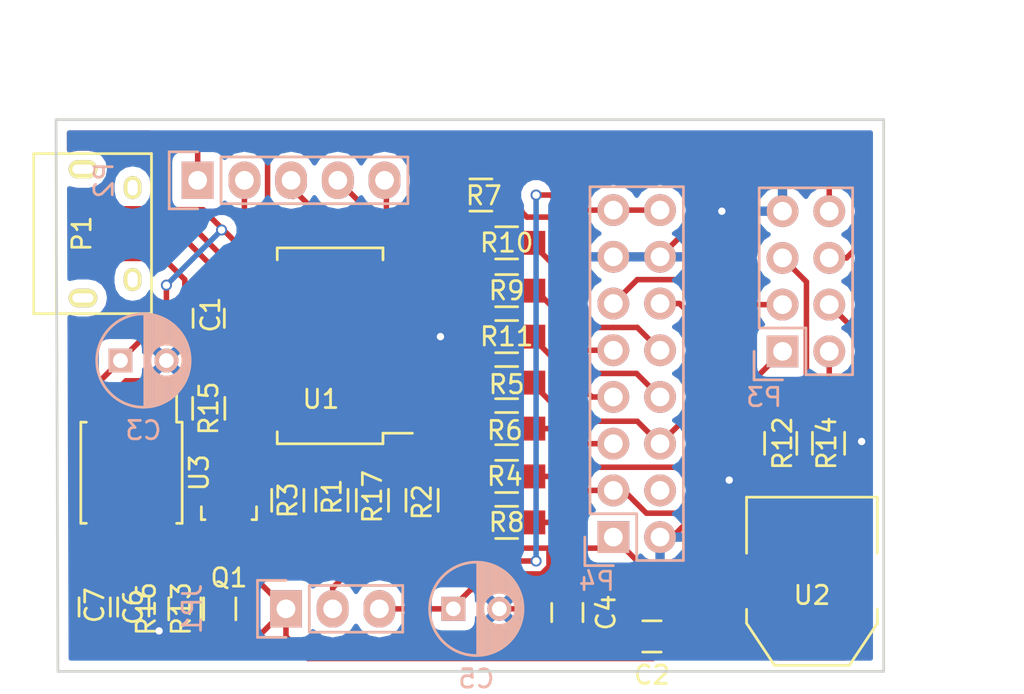
<source format=kicad_pcb>
(kicad_pcb (version 4) (host pcbnew 4.0.3-stable)

  (general
    (links 87)
    (no_connects 3)
    (area 134.624999 24.924999 179.775001 55.075001)
    (thickness 1.6)
    (drawings 6)
    (tracks 351)
    (zones 0)
    (modules 33)
    (nets 38)
  )

  (page A4)
  (layers
    (0 F.Cu signal)
    (31 B.Cu signal)
    (32 B.Adhes user)
    (33 F.Adhes user)
    (34 B.Paste user)
    (35 F.Paste user)
    (36 B.SilkS user)
    (37 F.SilkS user)
    (38 B.Mask user)
    (39 F.Mask user)
    (40 Dwgs.User user)
    (41 Cmts.User user)
    (42 Eco1.User user)
    (43 Eco2.User user)
    (44 Edge.Cuts user)
    (45 Margin user)
    (46 B.CrtYd user)
    (47 F.CrtYd user)
    (48 B.Fab user)
    (49 F.Fab user)
  )

  (setup
    (last_trace_width 0.3)
    (trace_clearance 0.2)
    (zone_clearance 0.508)
    (zone_45_only no)
    (trace_min 0.2)
    (segment_width 0.2)
    (edge_width 0.15)
    (via_size 0.6)
    (via_drill 0.4)
    (via_min_size 0.4)
    (via_min_drill 0.3)
    (uvia_size 0.3)
    (uvia_drill 0.1)
    (uvias_allowed no)
    (uvia_min_size 0.2)
    (uvia_min_drill 0.1)
    (pcb_text_width 0.3)
    (pcb_text_size 1.5 1.5)
    (mod_edge_width 0.15)
    (mod_text_size 1 1)
    (mod_text_width 0.15)
    (pad_size 1.524 1.524)
    (pad_drill 0.762)
    (pad_to_mask_clearance 0.2)
    (aux_axis_origin 0 0)
    (visible_elements 7FFEFFFF)
    (pcbplotparams
      (layerselection 0x00000_00000001)
      (usegerberextensions false)
      (excludeedgelayer false)
      (linewidth 0.300000)
      (plotframeref false)
      (viasonmask true)
      (mode 1)
      (useauxorigin false)
      (hpglpennumber 1)
      (hpglpenspeed 20)
      (hpglpendiameter 15)
      (hpglpenoverlay 2)
      (psnegative false)
      (psa4output false)
      (plotreference false)
      (plotvalue false)
      (plotinvisibletext false)
      (padsonsilk false)
      (subtractmaskfromsilk false)
      (outputformat 4)
      (mirror true)
      (drillshape 1)
      (scaleselection 1)
      (outputdirectory ""))
  )

  (net 0 "")
  (net 1 "Net-(C1-Pad1)")
  (net 2 GND)
  (net 3 +5V)
  (net 4 +3V3)
  (net 5 "Net-(C6-Pad1)")
  (net 6 "Net-(C7-Pad1)")
  (net 7 VCC_IO)
  (net 8 "Net-(P1-Pad3)")
  (net 9 "Net-(P1-Pad6)")
  (net 10 AUD_DATA2)
  (net 11 AUD_CK)
  (net 12 AUD_SYNC)
  (net 13 AUD_DATA3)
  (net 14 "Net-(P3-Pad4)")
  (net 15 CBUS1)
  (net 16 CBUS2)
  (net 17 CBUS3)
  (net 18 CBUS4)
  (net 19 CBUS5)
  (net 20 "Net-(Q1-Pad1)")
  (net 21 WDT)
  (net 22 AUD_DATA1)
  (net 23 AUD_RST)
  (net 24 AUD_DATA0)
  (net 25 "Net-(P1-Pad2)")
  (net 26 "Net-(P3-Pad5)")
  (net 27 "Net-(R1-Pad2)")
  (net 28 "Net-(R2-Pad2)")
  (net 29 "Net-(R11-Pad2)")
  (net 30 "Net-(R5-Pad2)")
  (net 31 "Net-(R6-Pad2)")
  (net 32 "Net-(R9-Pad2)")
  (net 33 "Net-(R13-Pad2)")
  (net 34 "Net-(R15-Pad2)")
  (net 35 "Net-(R4-Pad2)")
  (net 36 "Net-(R3-Pad2)")
  (net 37 BOOT_TX)

  (net_class Default "Это класс цепей по умолчанию."
    (clearance 0.2)
    (trace_width 0.3)
    (via_dia 0.6)
    (via_drill 0.4)
    (uvia_dia 0.3)
    (uvia_drill 0.1)
    (add_net +3V3)
    (add_net +5V)
    (add_net AUD_CK)
    (add_net AUD_DATA0)
    (add_net AUD_DATA1)
    (add_net AUD_DATA2)
    (add_net AUD_DATA3)
    (add_net AUD_RST)
    (add_net AUD_SYNC)
    (add_net BOOT_TX)
    (add_net CBUS1)
    (add_net CBUS2)
    (add_net CBUS3)
    (add_net CBUS4)
    (add_net CBUS5)
    (add_net GND)
    (add_net "Net-(C1-Pad1)")
    (add_net "Net-(C6-Pad1)")
    (add_net "Net-(C7-Pad1)")
    (add_net "Net-(P1-Pad2)")
    (add_net "Net-(P1-Pad3)")
    (add_net "Net-(P1-Pad6)")
    (add_net "Net-(P3-Pad4)")
    (add_net "Net-(P3-Pad5)")
    (add_net "Net-(Q1-Pad1)")
    (add_net "Net-(R1-Pad2)")
    (add_net "Net-(R11-Pad2)")
    (add_net "Net-(R13-Pad2)")
    (add_net "Net-(R15-Pad2)")
    (add_net "Net-(R2-Pad2)")
    (add_net "Net-(R3-Pad2)")
    (add_net "Net-(R4-Pad2)")
    (add_net "Net-(R5-Pad2)")
    (add_net "Net-(R6-Pad2)")
    (add_net "Net-(R9-Pad2)")
    (add_net VCC_IO)
    (add_net WDT)
  )

  (module Pin_Headers:Pin_Header_Straight_2x08 (layer B.Cu) (tedit 57BC5668) (tstamp 57B9F7F2)
    (at 165 47.7)
    (descr "Through hole pin header")
    (tags "pin header")
    (path /56DCE10F)
    (fp_text reference P4 (at -0.9 2.4) (layer B.SilkS)
      (effects (font (size 1 1) (thickness 0.15)) (justify mirror))
    )
    (fp_text value CONN_02X08 (at 0 3.1) (layer B.Fab)
      (effects (font (size 1 1) (thickness 0.15)) (justify mirror))
    )
    (fp_line (start -1.75 1.75) (end -1.75 -19.55) (layer B.CrtYd) (width 0.05))
    (fp_line (start 4.3 1.75) (end 4.3 -19.55) (layer B.CrtYd) (width 0.05))
    (fp_line (start -1.75 1.75) (end 4.3 1.75) (layer B.CrtYd) (width 0.05))
    (fp_line (start -1.75 -19.55) (end 4.3 -19.55) (layer B.CrtYd) (width 0.05))
    (fp_line (start 3.81 -19.05) (end 3.81 1.27) (layer B.SilkS) (width 0.15))
    (fp_line (start -1.27 -1.27) (end -1.27 -19.05) (layer B.SilkS) (width 0.15))
    (fp_line (start 3.81 -19.05) (end -1.27 -19.05) (layer B.SilkS) (width 0.15))
    (fp_line (start 3.81 1.27) (end 1.27 1.27) (layer B.SilkS) (width 0.15))
    (fp_line (start 0 1.55) (end -1.55 1.55) (layer B.SilkS) (width 0.15))
    (fp_line (start 1.27 1.27) (end 1.27 -1.27) (layer B.SilkS) (width 0.15))
    (fp_line (start 1.27 -1.27) (end -1.27 -1.27) (layer B.SilkS) (width 0.15))
    (fp_line (start -1.55 1.55) (end -1.55 0) (layer B.SilkS) (width 0.15))
    (pad 1 thru_hole rect (at 0 0) (size 1.7272 1.7272) (drill 1.016) (layers *.Cu *.Mask B.SilkS)
      (net 7 VCC_IO))
    (pad 2 thru_hole oval (at 2.54 0) (size 1.7272 1.7272) (drill 1.016) (layers *.Cu *.Mask B.SilkS)
      (net 2 GND))
    (pad 3 thru_hole oval (at 0 -2.54) (size 1.7272 1.7272) (drill 1.016) (layers *.Cu *.Mask B.SilkS)
      (net 23 AUD_RST))
    (pad 4 thru_hole oval (at 2.54 -2.54) (size 1.7272 1.7272) (drill 1.016) (layers *.Cu *.Mask B.SilkS))
    (pad 5 thru_hole oval (at 0 -5.08) (size 1.7272 1.7272) (drill 1.016) (layers *.Cu *.Mask B.SilkS)
      (net 24 AUD_DATA0))
    (pad 6 thru_hole oval (at 2.54 -5.08) (size 1.7272 1.7272) (drill 1.016) (layers *.Cu *.Mask B.SilkS)
      (net 22 AUD_DATA1))
    (pad 7 thru_hole oval (at 0 -7.62) (size 1.7272 1.7272) (drill 1.016) (layers *.Cu *.Mask B.SilkS)
      (net 10 AUD_DATA2))
    (pad 8 thru_hole oval (at 2.54 -7.62) (size 1.7272 1.7272) (drill 1.016) (layers *.Cu *.Mask B.SilkS)
      (net 13 AUD_DATA3))
    (pad 9 thru_hole oval (at 0 -10.16) (size 1.7272 1.7272) (drill 1.016) (layers *.Cu *.Mask B.SilkS)
      (net 11 AUD_CK))
    (pad 10 thru_hole oval (at 2.54 -10.16) (size 1.7272 1.7272) (drill 1.016) (layers *.Cu *.Mask B.SilkS)
      (net 12 AUD_SYNC))
    (pad 11 thru_hole oval (at 0 -12.7) (size 1.7272 1.7272) (drill 1.016) (layers *.Cu *.Mask B.SilkS)
      (net 37 BOOT_TX))
    (pad 12 thru_hole oval (at 2.54 -12.7) (size 1.7272 1.7272) (drill 1.016) (layers *.Cu *.Mask B.SilkS)
      (net 22 AUD_DATA1))
    (pad 13 thru_hole oval (at 0 -15.24) (size 1.7272 1.7272) (drill 1.016) (layers *.Cu *.Mask B.SilkS)
      (net 2 GND))
    (pad 14 thru_hole oval (at 2.54 -15.24) (size 1.7272 1.7272) (drill 1.016) (layers *.Cu *.Mask B.SilkS)
      (net 2 GND))
    (pad 15 thru_hole oval (at 0 -17.78) (size 1.7272 1.7272) (drill 1.016) (layers *.Cu *.Mask B.SilkS)
      (net 21 WDT))
    (pad 16 thru_hole oval (at 2.54 -17.78) (size 1.7272 1.7272) (drill 1.016) (layers *.Cu *.Mask B.SilkS)
      (net 21 WDT))
    (model Pin_Headers.3dshapes/Pin_Header_Straight_2x08.wrl
      (at (xyz 0.05 -0.35 0))
      (scale (xyz 1 1 1))
      (rotate (xyz 0 0 90))
    )
  )

  (module Housings_SOIC:SOIJ-8_5.3x5.3mm_Pitch1.27mm (layer F.Cu) (tedit 54130A77) (tstamp 57B09BD3)
    (at 138.8 44.2 270)
    (descr "8-Lead Plastic Small Outline (SM) - Medium, 5.28 mm Body [SOIC] (see Microchip Packaging Specification 00000049BS.pdf)")
    (tags "SOIC 1.27")
    (path /56DCE25E)
    (attr smd)
    (fp_text reference U3 (at 0 -3.68 270) (layer F.SilkS)
      (effects (font (size 1 1) (thickness 0.15)))
    )
    (fp_text value LM555N (at 0 3.68 270) (layer F.Fab)
      (effects (font (size 1 1) (thickness 0.15)))
    )
    (fp_line (start -4.75 -2.95) (end -4.75 2.95) (layer F.CrtYd) (width 0.05))
    (fp_line (start 4.75 -2.95) (end 4.75 2.95) (layer F.CrtYd) (width 0.05))
    (fp_line (start -4.75 -2.95) (end 4.75 -2.95) (layer F.CrtYd) (width 0.05))
    (fp_line (start -4.75 2.95) (end 4.75 2.95) (layer F.CrtYd) (width 0.05))
    (fp_line (start -2.75 -2.755) (end -2.75 -2.455) (layer F.SilkS) (width 0.15))
    (fp_line (start 2.75 -2.755) (end 2.75 -2.455) (layer F.SilkS) (width 0.15))
    (fp_line (start 2.75 2.755) (end 2.75 2.455) (layer F.SilkS) (width 0.15))
    (fp_line (start -2.75 2.755) (end -2.75 2.455) (layer F.SilkS) (width 0.15))
    (fp_line (start -2.75 -2.755) (end 2.75 -2.755) (layer F.SilkS) (width 0.15))
    (fp_line (start -2.75 2.755) (end 2.75 2.755) (layer F.SilkS) (width 0.15))
    (fp_line (start -2.75 -2.455) (end -4.5 -2.455) (layer F.SilkS) (width 0.15))
    (pad 1 smd rect (at -3.65 -1.905 270) (size 1.7 0.65) (layers F.Cu F.Paste F.Mask)
      (net 2 GND))
    (pad 2 smd rect (at -3.65 -0.635 270) (size 1.7 0.65) (layers F.Cu F.Paste F.Mask)
      (net 5 "Net-(C6-Pad1)"))
    (pad 3 smd rect (at -3.65 0.635 270) (size 1.7 0.65) (layers F.Cu F.Paste F.Mask)
      (net 34 "Net-(R15-Pad2)"))
    (pad 4 smd rect (at -3.65 1.905 270) (size 1.7 0.65) (layers F.Cu F.Paste F.Mask)
      (net 3 +5V))
    (pad 5 smd rect (at 3.65 1.905 270) (size 1.7 0.65) (layers F.Cu F.Paste F.Mask)
      (net 6 "Net-(C7-Pad1)"))
    (pad 6 smd rect (at 3.65 0.635 270) (size 1.7 0.65) (layers F.Cu F.Paste F.Mask)
      (net 5 "Net-(C6-Pad1)"))
    (pad 7 smd rect (at 3.65 -0.635 270) (size 1.7 0.65) (layers F.Cu F.Paste F.Mask)
      (net 33 "Net-(R13-Pad2)"))
    (pad 8 smd rect (at 3.65 -1.905 270) (size 1.7 0.65) (layers F.Cu F.Paste F.Mask)
      (net 3 +5V))
    (model Housings_SOIC.3dshapes/SOIJ-8_5.3x5.3mm_Pitch1.27mm.wrl
      (at (xyz 0 0 0))
      (scale (xyz 1 1 1))
      (rotate (xyz 0 0 0))
    )
  )

  (module Capacitors_SMD:C_0805_HandSoldering (layer F.Cu) (tedit 57BDE87F) (tstamp 57B9B465)
    (at 143 35.8 270)
    (descr "Capacitor SMD 0805, hand soldering")
    (tags "capacitor 0805")
    (path /57B9A4A7)
    (attr smd)
    (fp_text reference C1 (at -0.2 -0.1 270) (layer F.SilkS)
      (effects (font (size 1 1) (thickness 0.15)))
    )
    (fp_text value 100n (at 0 2.1 270) (layer F.Fab)
      (effects (font (size 1 1) (thickness 0.15)))
    )
    (fp_line (start -2.3 -1) (end 2.3 -1) (layer F.CrtYd) (width 0.05))
    (fp_line (start -2.3 1) (end 2.3 1) (layer F.CrtYd) (width 0.05))
    (fp_line (start -2.3 -1) (end -2.3 1) (layer F.CrtYd) (width 0.05))
    (fp_line (start 2.3 -1) (end 2.3 1) (layer F.CrtYd) (width 0.05))
    (fp_line (start 0.5 -0.85) (end -0.5 -0.85) (layer F.SilkS) (width 0.15))
    (fp_line (start -0.5 0.85) (end 0.5 0.85) (layer F.SilkS) (width 0.15))
    (pad 1 smd rect (at -1.25 0 270) (size 1.5 1.25) (layers F.Cu F.Paste F.Mask)
      (net 1 "Net-(C1-Pad1)"))
    (pad 2 smd rect (at 1.25 0 270) (size 1.5 1.25) (layers F.Cu F.Paste F.Mask)
      (net 2 GND))
    (model Capacitors_SMD.3dshapes/C_0805_HandSoldering.wrl
      (at (xyz 0 0 0))
      (scale (xyz 1 1 1))
      (rotate (xyz 0 0 0))
    )
  )

  (module Capacitors_SMD:C_0805_HandSoldering (layer F.Cu) (tedit 541A9B8D) (tstamp 57B9B46B)
    (at 167.1 53.1 180)
    (descr "Capacitor SMD 0805, hand soldering")
    (tags "capacitor 0805")
    (path /57B9BAE1)
    (attr smd)
    (fp_text reference C2 (at 0 -2.1 180) (layer F.SilkS)
      (effects (font (size 1 1) (thickness 0.15)))
    )
    (fp_text value 0,1u (at 0 2.1 180) (layer F.Fab)
      (effects (font (size 1 1) (thickness 0.15)))
    )
    (fp_line (start -2.3 -1) (end 2.3 -1) (layer F.CrtYd) (width 0.05))
    (fp_line (start -2.3 1) (end 2.3 1) (layer F.CrtYd) (width 0.05))
    (fp_line (start -2.3 -1) (end -2.3 1) (layer F.CrtYd) (width 0.05))
    (fp_line (start 2.3 -1) (end 2.3 1) (layer F.CrtYd) (width 0.05))
    (fp_line (start 0.5 -0.85) (end -0.5 -0.85) (layer F.SilkS) (width 0.15))
    (fp_line (start -0.5 0.85) (end 0.5 0.85) (layer F.SilkS) (width 0.15))
    (pad 1 smd rect (at -1.25 0 180) (size 1.5 1.25) (layers F.Cu F.Paste F.Mask)
      (net 3 +5V))
    (pad 2 smd rect (at 1.25 0 180) (size 1.5 1.25) (layers F.Cu F.Paste F.Mask)
      (net 2 GND))
    (model Capacitors_SMD.3dshapes/C_0805_HandSoldering.wrl
      (at (xyz 0 0 0))
      (scale (xyz 1 1 1))
      (rotate (xyz 0 0 0))
    )
  )

  (module Capacitors_ThroughHole:C_Radial_D5_L11_P2.5 (layer B.Cu) (tedit 0) (tstamp 57B9B471)
    (at 138.2 38.1)
    (descr "Radial Electrolytic Capacitor Diameter 5mm x Length 11mm, Pitch 2.5mm")
    (tags "Electrolytic Capacitor")
    (path /57B9BA88)
    (fp_text reference C3 (at 1.25 3.8) (layer B.SilkS)
      (effects (font (size 1 1) (thickness 0.15)) (justify mirror))
    )
    (fp_text value 470u (at 1.25 -3.8) (layer B.Fab)
      (effects (font (size 1 1) (thickness 0.15)) (justify mirror))
    )
    (fp_line (start 1.325 2.499) (end 1.325 -2.499) (layer B.SilkS) (width 0.15))
    (fp_line (start 1.465 2.491) (end 1.465 -2.491) (layer B.SilkS) (width 0.15))
    (fp_line (start 1.605 2.475) (end 1.605 0.095) (layer B.SilkS) (width 0.15))
    (fp_line (start 1.605 -0.095) (end 1.605 -2.475) (layer B.SilkS) (width 0.15))
    (fp_line (start 1.745 2.451) (end 1.745 0.49) (layer B.SilkS) (width 0.15))
    (fp_line (start 1.745 -0.49) (end 1.745 -2.451) (layer B.SilkS) (width 0.15))
    (fp_line (start 1.885 2.418) (end 1.885 0.657) (layer B.SilkS) (width 0.15))
    (fp_line (start 1.885 -0.657) (end 1.885 -2.418) (layer B.SilkS) (width 0.15))
    (fp_line (start 2.025 2.377) (end 2.025 0.764) (layer B.SilkS) (width 0.15))
    (fp_line (start 2.025 -0.764) (end 2.025 -2.377) (layer B.SilkS) (width 0.15))
    (fp_line (start 2.165 2.327) (end 2.165 0.835) (layer B.SilkS) (width 0.15))
    (fp_line (start 2.165 -0.835) (end 2.165 -2.327) (layer B.SilkS) (width 0.15))
    (fp_line (start 2.305 2.266) (end 2.305 0.879) (layer B.SilkS) (width 0.15))
    (fp_line (start 2.305 -0.879) (end 2.305 -2.266) (layer B.SilkS) (width 0.15))
    (fp_line (start 2.445 2.196) (end 2.445 0.898) (layer B.SilkS) (width 0.15))
    (fp_line (start 2.445 -0.898) (end 2.445 -2.196) (layer B.SilkS) (width 0.15))
    (fp_line (start 2.585 2.114) (end 2.585 0.896) (layer B.SilkS) (width 0.15))
    (fp_line (start 2.585 -0.896) (end 2.585 -2.114) (layer B.SilkS) (width 0.15))
    (fp_line (start 2.725 2.019) (end 2.725 0.871) (layer B.SilkS) (width 0.15))
    (fp_line (start 2.725 -0.871) (end 2.725 -2.019) (layer B.SilkS) (width 0.15))
    (fp_line (start 2.865 1.908) (end 2.865 0.823) (layer B.SilkS) (width 0.15))
    (fp_line (start 2.865 -0.823) (end 2.865 -1.908) (layer B.SilkS) (width 0.15))
    (fp_line (start 3.005 1.78) (end 3.005 0.745) (layer B.SilkS) (width 0.15))
    (fp_line (start 3.005 -0.745) (end 3.005 -1.78) (layer B.SilkS) (width 0.15))
    (fp_line (start 3.145 1.631) (end 3.145 0.628) (layer B.SilkS) (width 0.15))
    (fp_line (start 3.145 -0.628) (end 3.145 -1.631) (layer B.SilkS) (width 0.15))
    (fp_line (start 3.285 1.452) (end 3.285 0.44) (layer B.SilkS) (width 0.15))
    (fp_line (start 3.285 -0.44) (end 3.285 -1.452) (layer B.SilkS) (width 0.15))
    (fp_line (start 3.425 1.233) (end 3.425 -1.233) (layer B.SilkS) (width 0.15))
    (fp_line (start 3.565 0.944) (end 3.565 -0.944) (layer B.SilkS) (width 0.15))
    (fp_line (start 3.705 0.472) (end 3.705 -0.472) (layer B.SilkS) (width 0.15))
    (fp_circle (center 2.5 0) (end 2.5 0.9) (layer B.SilkS) (width 0.15))
    (fp_circle (center 1.25 0) (end 1.25 2.5375) (layer B.SilkS) (width 0.15))
    (fp_circle (center 1.25 0) (end 1.25 2.8) (layer B.CrtYd) (width 0.05))
    (pad 1 thru_hole rect (at 0 0) (size 1.3 1.3) (drill 0.8) (layers *.Cu *.Mask B.SilkS)
      (net 3 +5V))
    (pad 2 thru_hole circle (at 2.5 0) (size 1.3 1.3) (drill 0.8) (layers *.Cu *.Mask B.SilkS)
      (net 2 GND))
    (model Capacitors_ThroughHole.3dshapes/C_Radial_D5_L11_P2.5.wrl
      (at (xyz 0.049213 0 0))
      (scale (xyz 1 1 1))
      (rotate (xyz 0 0 90))
    )
  )

  (module Capacitors_SMD:C_0805_HandSoldering (layer F.Cu) (tedit 541A9B8D) (tstamp 57B9B477)
    (at 162.5 51.8 270)
    (descr "Capacitor SMD 0805, hand soldering")
    (tags "capacitor 0805")
    (path /57B9BB08)
    (attr smd)
    (fp_text reference C4 (at 0 -2.1 270) (layer F.SilkS)
      (effects (font (size 1 1) (thickness 0.15)))
    )
    (fp_text value 0,1u (at 0 2.1 270) (layer F.Fab)
      (effects (font (size 1 1) (thickness 0.15)))
    )
    (fp_line (start -2.3 -1) (end 2.3 -1) (layer F.CrtYd) (width 0.05))
    (fp_line (start -2.3 1) (end 2.3 1) (layer F.CrtYd) (width 0.05))
    (fp_line (start -2.3 -1) (end -2.3 1) (layer F.CrtYd) (width 0.05))
    (fp_line (start 2.3 -1) (end 2.3 1) (layer F.CrtYd) (width 0.05))
    (fp_line (start 0.5 -0.85) (end -0.5 -0.85) (layer F.SilkS) (width 0.15))
    (fp_line (start -0.5 0.85) (end 0.5 0.85) (layer F.SilkS) (width 0.15))
    (pad 1 smd rect (at -1.25 0 270) (size 1.5 1.25) (layers F.Cu F.Paste F.Mask)
      (net 4 +3V3))
    (pad 2 smd rect (at 1.25 0 270) (size 1.5 1.25) (layers F.Cu F.Paste F.Mask)
      (net 2 GND))
    (model Capacitors_SMD.3dshapes/C_0805_HandSoldering.wrl
      (at (xyz 0 0 0))
      (scale (xyz 1 1 1))
      (rotate (xyz 0 0 0))
    )
  )

  (module Capacitors_ThroughHole:C_Radial_D5_L11_P2.5 (layer B.Cu) (tedit 0) (tstamp 57B9B47D)
    (at 156.3 51.6)
    (descr "Radial Electrolytic Capacitor Diameter 5mm x Length 11mm, Pitch 2.5mm")
    (tags "Electrolytic Capacitor")
    (path /57B9BB47)
    (fp_text reference C5 (at 1.25 3.8) (layer B.SilkS)
      (effects (font (size 1 1) (thickness 0.15)) (justify mirror))
    )
    (fp_text value 470u (at 1.25 -3.8) (layer B.Fab)
      (effects (font (size 1 1) (thickness 0.15)) (justify mirror))
    )
    (fp_line (start 1.325 2.499) (end 1.325 -2.499) (layer B.SilkS) (width 0.15))
    (fp_line (start 1.465 2.491) (end 1.465 -2.491) (layer B.SilkS) (width 0.15))
    (fp_line (start 1.605 2.475) (end 1.605 0.095) (layer B.SilkS) (width 0.15))
    (fp_line (start 1.605 -0.095) (end 1.605 -2.475) (layer B.SilkS) (width 0.15))
    (fp_line (start 1.745 2.451) (end 1.745 0.49) (layer B.SilkS) (width 0.15))
    (fp_line (start 1.745 -0.49) (end 1.745 -2.451) (layer B.SilkS) (width 0.15))
    (fp_line (start 1.885 2.418) (end 1.885 0.657) (layer B.SilkS) (width 0.15))
    (fp_line (start 1.885 -0.657) (end 1.885 -2.418) (layer B.SilkS) (width 0.15))
    (fp_line (start 2.025 2.377) (end 2.025 0.764) (layer B.SilkS) (width 0.15))
    (fp_line (start 2.025 -0.764) (end 2.025 -2.377) (layer B.SilkS) (width 0.15))
    (fp_line (start 2.165 2.327) (end 2.165 0.835) (layer B.SilkS) (width 0.15))
    (fp_line (start 2.165 -0.835) (end 2.165 -2.327) (layer B.SilkS) (width 0.15))
    (fp_line (start 2.305 2.266) (end 2.305 0.879) (layer B.SilkS) (width 0.15))
    (fp_line (start 2.305 -0.879) (end 2.305 -2.266) (layer B.SilkS) (width 0.15))
    (fp_line (start 2.445 2.196) (end 2.445 0.898) (layer B.SilkS) (width 0.15))
    (fp_line (start 2.445 -0.898) (end 2.445 -2.196) (layer B.SilkS) (width 0.15))
    (fp_line (start 2.585 2.114) (end 2.585 0.896) (layer B.SilkS) (width 0.15))
    (fp_line (start 2.585 -0.896) (end 2.585 -2.114) (layer B.SilkS) (width 0.15))
    (fp_line (start 2.725 2.019) (end 2.725 0.871) (layer B.SilkS) (width 0.15))
    (fp_line (start 2.725 -0.871) (end 2.725 -2.019) (layer B.SilkS) (width 0.15))
    (fp_line (start 2.865 1.908) (end 2.865 0.823) (layer B.SilkS) (width 0.15))
    (fp_line (start 2.865 -0.823) (end 2.865 -1.908) (layer B.SilkS) (width 0.15))
    (fp_line (start 3.005 1.78) (end 3.005 0.745) (layer B.SilkS) (width 0.15))
    (fp_line (start 3.005 -0.745) (end 3.005 -1.78) (layer B.SilkS) (width 0.15))
    (fp_line (start 3.145 1.631) (end 3.145 0.628) (layer B.SilkS) (width 0.15))
    (fp_line (start 3.145 -0.628) (end 3.145 -1.631) (layer B.SilkS) (width 0.15))
    (fp_line (start 3.285 1.452) (end 3.285 0.44) (layer B.SilkS) (width 0.15))
    (fp_line (start 3.285 -0.44) (end 3.285 -1.452) (layer B.SilkS) (width 0.15))
    (fp_line (start 3.425 1.233) (end 3.425 -1.233) (layer B.SilkS) (width 0.15))
    (fp_line (start 3.565 0.944) (end 3.565 -0.944) (layer B.SilkS) (width 0.15))
    (fp_line (start 3.705 0.472) (end 3.705 -0.472) (layer B.SilkS) (width 0.15))
    (fp_circle (center 2.5 0) (end 2.5 0.9) (layer B.SilkS) (width 0.15))
    (fp_circle (center 1.25 0) (end 1.25 2.5375) (layer B.SilkS) (width 0.15))
    (fp_circle (center 1.25 0) (end 1.25 2.8) (layer B.CrtYd) (width 0.05))
    (pad 1 thru_hole rect (at 0 0) (size 1.3 1.3) (drill 0.8) (layers *.Cu *.Mask B.SilkS)
      (net 4 +3V3))
    (pad 2 thru_hole circle (at 2.5 0) (size 1.3 1.3) (drill 0.8) (layers *.Cu *.Mask B.SilkS)
      (net 2 GND))
    (model Capacitors_ThroughHole.3dshapes/C_Radial_D5_L11_P2.5.wrl
      (at (xyz 0.049213 0 0))
      (scale (xyz 1 1 1))
      (rotate (xyz 0 0 90))
    )
  )

  (module Capacitors_SMD:C_0805_HandSoldering (layer F.Cu) (tedit 57BF0277) (tstamp 57B9B483)
    (at 138.9 51.5 270)
    (descr "Capacitor SMD 0805, hand soldering")
    (tags "capacitor 0805")
    (path /57B9D5D9)
    (attr smd)
    (fp_text reference C6 (at 0 0 270) (layer F.SilkS)
      (effects (font (size 1 1) (thickness 0.15)))
    )
    (fp_text value 100n (at 0 2.1 270) (layer F.Fab)
      (effects (font (size 1 1) (thickness 0.15)))
    )
    (fp_line (start -2.3 -1) (end 2.3 -1) (layer F.CrtYd) (width 0.05))
    (fp_line (start -2.3 1) (end 2.3 1) (layer F.CrtYd) (width 0.05))
    (fp_line (start -2.3 -1) (end -2.3 1) (layer F.CrtYd) (width 0.05))
    (fp_line (start 2.3 -1) (end 2.3 1) (layer F.CrtYd) (width 0.05))
    (fp_line (start 0.5 -0.85) (end -0.5 -0.85) (layer F.SilkS) (width 0.15))
    (fp_line (start -0.5 0.85) (end 0.5 0.85) (layer F.SilkS) (width 0.15))
    (pad 1 smd rect (at -1.25 0 270) (size 1.5 1.25) (layers F.Cu F.Paste F.Mask)
      (net 5 "Net-(C6-Pad1)"))
    (pad 2 smd rect (at 1.25 0 270) (size 1.5 1.25) (layers F.Cu F.Paste F.Mask)
      (net 2 GND))
    (model Capacitors_SMD.3dshapes/C_0805_HandSoldering.wrl
      (at (xyz 0 0 0))
      (scale (xyz 1 1 1))
      (rotate (xyz 0 0 0))
    )
  )

  (module Capacitors_SMD:C_0805_HandSoldering (layer F.Cu) (tedit 57BF0274) (tstamp 57B9B489)
    (at 136.8 51.5 270)
    (descr "Capacitor SMD 0805, hand soldering")
    (tags "capacitor 0805")
    (path /57B9D64D)
    (attr smd)
    (fp_text reference C7 (at -0.1 0 270) (layer F.SilkS)
      (effects (font (size 1 1) (thickness 0.15)))
    )
    (fp_text value 10n (at 0 2.1 270) (layer F.Fab)
      (effects (font (size 1 1) (thickness 0.15)))
    )
    (fp_line (start -2.3 -1) (end 2.3 -1) (layer F.CrtYd) (width 0.05))
    (fp_line (start -2.3 1) (end 2.3 1) (layer F.CrtYd) (width 0.05))
    (fp_line (start -2.3 -1) (end -2.3 1) (layer F.CrtYd) (width 0.05))
    (fp_line (start 2.3 -1) (end 2.3 1) (layer F.CrtYd) (width 0.05))
    (fp_line (start 0.5 -0.85) (end -0.5 -0.85) (layer F.SilkS) (width 0.15))
    (fp_line (start -0.5 0.85) (end 0.5 0.85) (layer F.SilkS) (width 0.15))
    (pad 1 smd rect (at -1.25 0 270) (size 1.5 1.25) (layers F.Cu F.Paste F.Mask)
      (net 6 "Net-(C7-Pad1)"))
    (pad 2 smd rect (at 1.25 0 270) (size 1.5 1.25) (layers F.Cu F.Paste F.Mask)
      (net 2 GND))
    (model Capacitors_SMD.3dshapes/C_0805_HandSoldering.wrl
      (at (xyz 0 0 0))
      (scale (xyz 1 1 1))
      (rotate (xyz 0 0 0))
    )
  )

  (module Pin_Headers:Pin_Header_Straight_1x03 (layer B.Cu) (tedit 0) (tstamp 57B9B490)
    (at 147.2 51.6 270)
    (descr "Through hole pin header")
    (tags "pin header")
    (path /57B9C69B)
    (fp_text reference JP1 (at 0 5.1 270) (layer B.SilkS)
      (effects (font (size 1 1) (thickness 0.15)) (justify mirror))
    )
    (fp_text value Vcc_IO_SW (at 0 3.1 270) (layer B.Fab)
      (effects (font (size 1 1) (thickness 0.15)) (justify mirror))
    )
    (fp_line (start -1.75 1.75) (end -1.75 -6.85) (layer B.CrtYd) (width 0.05))
    (fp_line (start 1.75 1.75) (end 1.75 -6.85) (layer B.CrtYd) (width 0.05))
    (fp_line (start -1.75 1.75) (end 1.75 1.75) (layer B.CrtYd) (width 0.05))
    (fp_line (start -1.75 -6.85) (end 1.75 -6.85) (layer B.CrtYd) (width 0.05))
    (fp_line (start -1.27 -1.27) (end -1.27 -6.35) (layer B.SilkS) (width 0.15))
    (fp_line (start -1.27 -6.35) (end 1.27 -6.35) (layer B.SilkS) (width 0.15))
    (fp_line (start 1.27 -6.35) (end 1.27 -1.27) (layer B.SilkS) (width 0.15))
    (fp_line (start 1.55 1.55) (end 1.55 0) (layer B.SilkS) (width 0.15))
    (fp_line (start 1.27 -1.27) (end -1.27 -1.27) (layer B.SilkS) (width 0.15))
    (fp_line (start -1.55 0) (end -1.55 1.55) (layer B.SilkS) (width 0.15))
    (fp_line (start -1.55 1.55) (end 1.55 1.55) (layer B.SilkS) (width 0.15))
    (pad 1 thru_hole rect (at 0 0 270) (size 2.032 1.7272) (drill 1.016) (layers *.Cu *.Mask B.SilkS)
      (net 3 +5V))
    (pad 2 thru_hole oval (at 0 -2.54 270) (size 2.032 1.7272) (drill 1.016) (layers *.Cu *.Mask B.SilkS)
      (net 7 VCC_IO))
    (pad 3 thru_hole oval (at 0 -5.08 270) (size 2.032 1.7272) (drill 1.016) (layers *.Cu *.Mask B.SilkS)
      (net 4 +3V3))
    (model Pin_Headers.3dshapes/Pin_Header_Straight_1x03.wrl
      (at (xyz 0 -0.1 0))
      (scale (xyz 1 1 1))
      (rotate (xyz 0 0 90))
    )
  )

  (module TO_SOT_Packages_SMD:SOT-23_Handsoldering (layer F.Cu) (tedit 54E9291B) (tstamp 57B9B4AD)
    (at 144.1 46.1 180)
    (descr "SOT-23, Handsoldering")
    (tags SOT-23)
    (path /57B9DC7C)
    (attr smd)
    (fp_text reference Q1 (at 0 -3.81 180) (layer F.SilkS)
      (effects (font (size 1 1) (thickness 0.15)))
    )
    (fp_text value BC817 (at 0 3.81 180) (layer F.Fab)
      (effects (font (size 1 1) (thickness 0.15)))
    )
    (fp_line (start -1.49982 0.0508) (end -1.49982 -0.65024) (layer F.SilkS) (width 0.15))
    (fp_line (start -1.49982 -0.65024) (end -1.2509 -0.65024) (layer F.SilkS) (width 0.15))
    (fp_line (start 1.29916 -0.65024) (end 1.49982 -0.65024) (layer F.SilkS) (width 0.15))
    (fp_line (start 1.49982 -0.65024) (end 1.49982 0.0508) (layer F.SilkS) (width 0.15))
    (pad 1 smd rect (at -0.95 1.50114 180) (size 0.8001 1.80086) (layers F.Cu F.Paste F.Mask)
      (net 20 "Net-(Q1-Pad1)"))
    (pad 2 smd rect (at 0.95 1.50114 180) (size 0.8001 1.80086) (layers F.Cu F.Paste F.Mask)
      (net 2 GND))
    (pad 3 smd rect (at 0 -1.50114 180) (size 0.8001 1.80086) (layers F.Cu F.Paste F.Mask)
      (net 21 WDT))
    (model TO_SOT_Packages_SMD.3dshapes/SOT-23_Handsoldering.wrl
      (at (xyz 0 0 0))
      (scale (xyz 1 1 1))
      (rotate (xyz 0 0 0))
    )
  )

  (module Resistors_SMD:R_0805_HandSoldering (layer F.Cu) (tedit 57BDDD38) (tstamp 57B9B4B3)
    (at 149.7 45.7 90)
    (descr "Resistor SMD 0805, hand soldering")
    (tags "resistor 0805")
    (path /57BA14DF)
    (attr smd)
    (fp_text reference R1 (at 0.2 0 90) (layer F.SilkS)
      (effects (font (size 1 1) (thickness 0.15)))
    )
    (fp_text value 5,6k (at 0 2.1 90) (layer F.Fab)
      (effects (font (size 1 1) (thickness 0.15)))
    )
    (fp_line (start -2.4 -1) (end 2.4 -1) (layer F.CrtYd) (width 0.05))
    (fp_line (start -2.4 1) (end 2.4 1) (layer F.CrtYd) (width 0.05))
    (fp_line (start -2.4 -1) (end -2.4 1) (layer F.CrtYd) (width 0.05))
    (fp_line (start 2.4 -1) (end 2.4 1) (layer F.CrtYd) (width 0.05))
    (fp_line (start 0.6 0.875) (end -0.6 0.875) (layer F.SilkS) (width 0.15))
    (fp_line (start -0.6 -0.875) (end 0.6 -0.875) (layer F.SilkS) (width 0.15))
    (pad 1 smd rect (at -1.35 0 90) (size 1.5 1.3) (layers F.Cu F.Paste F.Mask)
      (net 7 VCC_IO))
    (pad 2 smd rect (at 1.35 0 90) (size 1.5 1.3) (layers F.Cu F.Paste F.Mask)
      (net 27 "Net-(R1-Pad2)"))
    (model Resistors_SMD.3dshapes/R_0805_HandSoldering.wrl
      (at (xyz 0 0 0))
      (scale (xyz 1 1 1))
      (rotate (xyz 0 0 0))
    )
  )

  (module Resistors_SMD:R_0805_HandSoldering (layer F.Cu) (tedit 57BDDD34) (tstamp 57B9B4B9)
    (at 154.6 45.7 270)
    (descr "Resistor SMD 0805, hand soldering")
    (tags "resistor 0805")
    (path /57BA1542)
    (attr smd)
    (fp_text reference R2 (at 0.1 0 270) (layer F.SilkS)
      (effects (font (size 1 1) (thickness 0.15)))
    )
    (fp_text value 5,6k (at 0 2.1 270) (layer F.Fab)
      (effects (font (size 1 1) (thickness 0.15)))
    )
    (fp_line (start -2.4 -1) (end 2.4 -1) (layer F.CrtYd) (width 0.05))
    (fp_line (start -2.4 1) (end 2.4 1) (layer F.CrtYd) (width 0.05))
    (fp_line (start -2.4 -1) (end -2.4 1) (layer F.CrtYd) (width 0.05))
    (fp_line (start 2.4 -1) (end 2.4 1) (layer F.CrtYd) (width 0.05))
    (fp_line (start 0.6 0.875) (end -0.6 0.875) (layer F.SilkS) (width 0.15))
    (fp_line (start -0.6 -0.875) (end 0.6 -0.875) (layer F.SilkS) (width 0.15))
    (pad 1 smd rect (at -1.35 0 270) (size 1.5 1.3) (layers F.Cu F.Paste F.Mask)
      (net 7 VCC_IO))
    (pad 2 smd rect (at 1.35 0 270) (size 1.5 1.3) (layers F.Cu F.Paste F.Mask)
      (net 28 "Net-(R2-Pad2)"))
    (model Resistors_SMD.3dshapes/R_0805_HandSoldering.wrl
      (at (xyz 0 0 0))
      (scale (xyz 1 1 1))
      (rotate (xyz 0 0 0))
    )
  )

  (module Resistors_SMD:R_0805_HandSoldering (layer F.Cu) (tedit 57BDDD3B) (tstamp 57B9B4BF)
    (at 147.3 45.7 90)
    (descr "Resistor SMD 0805, hand soldering")
    (tags "resistor 0805")
    (path /57BA3976)
    (attr smd)
    (fp_text reference R3 (at 0 0 90) (layer F.SilkS)
      (effects (font (size 1 1) (thickness 0.15)))
    )
    (fp_text value 5,6k (at 0 2.1 90) (layer F.Fab)
      (effects (font (size 1 1) (thickness 0.15)))
    )
    (fp_line (start -2.4 -1) (end 2.4 -1) (layer F.CrtYd) (width 0.05))
    (fp_line (start -2.4 1) (end 2.4 1) (layer F.CrtYd) (width 0.05))
    (fp_line (start -2.4 -1) (end -2.4 1) (layer F.CrtYd) (width 0.05))
    (fp_line (start 2.4 -1) (end 2.4 1) (layer F.CrtYd) (width 0.05))
    (fp_line (start 0.6 0.875) (end -0.6 0.875) (layer F.SilkS) (width 0.15))
    (fp_line (start -0.6 -0.875) (end 0.6 -0.875) (layer F.SilkS) (width 0.15))
    (pad 1 smd rect (at -1.35 0 90) (size 1.5 1.3) (layers F.Cu F.Paste F.Mask)
      (net 7 VCC_IO))
    (pad 2 smd rect (at 1.35 0 90) (size 1.5 1.3) (layers F.Cu F.Paste F.Mask)
      (net 36 "Net-(R3-Pad2)"))
    (model Resistors_SMD.3dshapes/R_0805_HandSoldering.wrl
      (at (xyz 0 0 0))
      (scale (xyz 1 1 1))
      (rotate (xyz 0 0 0))
    )
  )

  (module Resistors_SMD:R_0805_HandSoldering (layer F.Cu) (tedit 57BC4CAB) (tstamp 57B9B4C5)
    (at 159.2 44.4 180)
    (descr "Resistor SMD 0805, hand soldering")
    (tags "resistor 0805")
    (path /57BA1A61)
    (attr smd)
    (fp_text reference R4 (at 0.1 0 180) (layer F.SilkS)
      (effects (font (size 1 1) (thickness 0.15)))
    )
    (fp_text value 22 (at 0 2.1 180) (layer F.Fab)
      (effects (font (size 1 1) (thickness 0.15)))
    )
    (fp_line (start -2.4 -1) (end 2.4 -1) (layer F.CrtYd) (width 0.05))
    (fp_line (start -2.4 1) (end 2.4 1) (layer F.CrtYd) (width 0.05))
    (fp_line (start -2.4 -1) (end -2.4 1) (layer F.CrtYd) (width 0.05))
    (fp_line (start 2.4 -1) (end 2.4 1) (layer F.CrtYd) (width 0.05))
    (fp_line (start 0.6 0.875) (end -0.6 0.875) (layer F.SilkS) (width 0.15))
    (fp_line (start -0.6 -0.875) (end 0.6 -0.875) (layer F.SilkS) (width 0.15))
    (pad 1 smd rect (at -1.35 0 180) (size 1.5 1.3) (layers F.Cu F.Paste F.Mask)
      (net 37 BOOT_TX))
    (pad 2 smd rect (at 1.35 0 180) (size 1.5 1.3) (layers F.Cu F.Paste F.Mask)
      (net 35 "Net-(R4-Pad2)"))
    (model Resistors_SMD.3dshapes/R_0805_HandSoldering.wrl
      (at (xyz 0 0 0))
      (scale (xyz 1 1 1))
      (rotate (xyz 0 0 0))
    )
  )

  (module Resistors_SMD:R_0805_HandSoldering (layer F.Cu) (tedit 57BC5CBF) (tstamp 57B9B4CB)
    (at 159.2 39.3 180)
    (descr "Resistor SMD 0805, hand soldering")
    (tags "resistor 0805")
    (path /57BA2A8A)
    (attr smd)
    (fp_text reference R5 (at 0 -0.1 180) (layer F.SilkS)
      (effects (font (size 1 1) (thickness 0.15)))
    )
    (fp_text value 22 (at 0 2.1 180) (layer F.Fab)
      (effects (font (size 1 1) (thickness 0.15)))
    )
    (fp_line (start -2.4 -1) (end 2.4 -1) (layer F.CrtYd) (width 0.05))
    (fp_line (start -2.4 1) (end 2.4 1) (layer F.CrtYd) (width 0.05))
    (fp_line (start -2.4 -1) (end -2.4 1) (layer F.CrtYd) (width 0.05))
    (fp_line (start 2.4 -1) (end 2.4 1) (layer F.CrtYd) (width 0.05))
    (fp_line (start 0.6 0.875) (end -0.6 0.875) (layer F.SilkS) (width 0.15))
    (fp_line (start -0.6 -0.875) (end 0.6 -0.875) (layer F.SilkS) (width 0.15))
    (pad 1 smd rect (at -1.35 0 180) (size 1.5 1.3) (layers F.Cu F.Paste F.Mask)
      (net 22 AUD_DATA1))
    (pad 2 smd rect (at 1.35 0 180) (size 1.5 1.3) (layers F.Cu F.Paste F.Mask)
      (net 30 "Net-(R5-Pad2)"))
    (model Resistors_SMD.3dshapes/R_0805_HandSoldering.wrl
      (at (xyz 0 0 0))
      (scale (xyz 1 1 1))
      (rotate (xyz 0 0 0))
    )
  )

  (module Resistors_SMD:R_0805_HandSoldering (layer F.Cu) (tedit 57BC5CBA) (tstamp 57B9B4D1)
    (at 159.2 41.8 180)
    (descr "Resistor SMD 0805, hand soldering")
    (tags "resistor 0805")
    (path /57BA279F)
    (attr smd)
    (fp_text reference R6 (at 0.1 -0.1 180) (layer F.SilkS)
      (effects (font (size 1 1) (thickness 0.15)))
    )
    (fp_text value 22 (at 0 2.1 180) (layer F.Fab)
      (effects (font (size 1 1) (thickness 0.15)))
    )
    (fp_line (start -2.4 -1) (end 2.4 -1) (layer F.CrtYd) (width 0.05))
    (fp_line (start -2.4 1) (end 2.4 1) (layer F.CrtYd) (width 0.05))
    (fp_line (start -2.4 -1) (end -2.4 1) (layer F.CrtYd) (width 0.05))
    (fp_line (start 2.4 -1) (end 2.4 1) (layer F.CrtYd) (width 0.05))
    (fp_line (start 0.6 0.875) (end -0.6 0.875) (layer F.SilkS) (width 0.15))
    (fp_line (start -0.6 -0.875) (end 0.6 -0.875) (layer F.SilkS) (width 0.15))
    (pad 1 smd rect (at -1.35 0 180) (size 1.5 1.3) (layers F.Cu F.Paste F.Mask)
      (net 24 AUD_DATA0))
    (pad 2 smd rect (at 1.35 0 180) (size 1.5 1.3) (layers F.Cu F.Paste F.Mask)
      (net 31 "Net-(R6-Pad2)"))
    (model Resistors_SMD.3dshapes/R_0805_HandSoldering.wrl
      (at (xyz 0 0 0))
      (scale (xyz 1 1 1))
      (rotate (xyz 0 0 0))
    )
  )

  (module Resistors_SMD:R_0805_HandSoldering (layer F.Cu) (tedit 57BC4CC8) (tstamp 57B9B4D7)
    (at 157.8 29.1 180)
    (descr "Resistor SMD 0805, hand soldering")
    (tags "resistor 0805")
    (path /57BA3CD1)
    (attr smd)
    (fp_text reference R7 (at -0.154999 -0.035 180) (layer F.SilkS)
      (effects (font (size 1 1) (thickness 0.15)))
    )
    (fp_text value 22 (at 0 2.1 180) (layer F.Fab)
      (effects (font (size 1 1) (thickness 0.15)))
    )
    (fp_line (start -2.4 -1) (end 2.4 -1) (layer F.CrtYd) (width 0.05))
    (fp_line (start -2.4 1) (end 2.4 1) (layer F.CrtYd) (width 0.05))
    (fp_line (start -2.4 -1) (end -2.4 1) (layer F.CrtYd) (width 0.05))
    (fp_line (start 2.4 -1) (end 2.4 1) (layer F.CrtYd) (width 0.05))
    (fp_line (start 0.6 0.875) (end -0.6 0.875) (layer F.SilkS) (width 0.15))
    (fp_line (start -0.6 -0.875) (end 0.6 -0.875) (layer F.SilkS) (width 0.15))
    (pad 1 smd rect (at -1.35 0 180) (size 1.5 1.3) (layers F.Cu F.Paste F.Mask)
      (net 12 AUD_SYNC))
    (pad 2 smd rect (at 1.35 0 180) (size 1.5 1.3) (layers F.Cu F.Paste F.Mask)
      (net 36 "Net-(R3-Pad2)"))
    (model Resistors_SMD.3dshapes/R_0805_HandSoldering.wrl
      (at (xyz 0 0 0))
      (scale (xyz 1 1 1))
      (rotate (xyz 0 0 0))
    )
  )

  (module Resistors_SMD:R_0805_HandSoldering (layer F.Cu) (tedit 57BC5CC3) (tstamp 57B9B4DD)
    (at 159.2 46.9 180)
    (descr "Resistor SMD 0805, hand soldering")
    (tags "resistor 0805")
    (path /57BA281D)
    (attr smd)
    (fp_text reference R8 (at 0 0 180) (layer F.SilkS)
      (effects (font (size 1 1) (thickness 0.15)))
    )
    (fp_text value 22 (at 0 2.1 180) (layer F.Fab)
      (effects (font (size 1 1) (thickness 0.15)))
    )
    (fp_line (start -2.4 -1) (end 2.4 -1) (layer F.CrtYd) (width 0.05))
    (fp_line (start -2.4 1) (end 2.4 1) (layer F.CrtYd) (width 0.05))
    (fp_line (start -2.4 -1) (end -2.4 1) (layer F.CrtYd) (width 0.05))
    (fp_line (start 2.4 -1) (end 2.4 1) (layer F.CrtYd) (width 0.05))
    (fp_line (start 0.6 0.875) (end -0.6 0.875) (layer F.SilkS) (width 0.15))
    (fp_line (start -0.6 -0.875) (end 0.6 -0.875) (layer F.SilkS) (width 0.15))
    (pad 1 smd rect (at -1.35 0 180) (size 1.5 1.3) (layers F.Cu F.Paste F.Mask)
      (net 23 AUD_RST))
    (pad 2 smd rect (at 1.35 0 180) (size 1.5 1.3) (layers F.Cu F.Paste F.Mask)
      (net 28 "Net-(R2-Pad2)"))
    (model Resistors_SMD.3dshapes/R_0805_HandSoldering.wrl
      (at (xyz 0 0 0))
      (scale (xyz 1 1 1))
      (rotate (xyz 0 0 0))
    )
  )

  (module Resistors_SMD:R_0805_HandSoldering (layer F.Cu) (tedit 57BC5C22) (tstamp 57B9B4E3)
    (at 159.2 34.3 180)
    (descr "Resistor SMD 0805, hand soldering")
    (tags "resistor 0805")
    (path /57BA19FC)
    (attr smd)
    (fp_text reference R9 (at 0 0 180) (layer F.SilkS)
      (effects (font (size 1 1) (thickness 0.15)))
    )
    (fp_text value 22 (at 0 2.1 180) (layer F.Fab)
      (effects (font (size 1 1) (thickness 0.15)))
    )
    (fp_line (start -2.4 -1) (end 2.4 -1) (layer F.CrtYd) (width 0.05))
    (fp_line (start -2.4 1) (end 2.4 1) (layer F.CrtYd) (width 0.05))
    (fp_line (start -2.4 -1) (end -2.4 1) (layer F.CrtYd) (width 0.05))
    (fp_line (start 2.4 -1) (end 2.4 1) (layer F.CrtYd) (width 0.05))
    (fp_line (start 0.6 0.875) (end -0.6 0.875) (layer F.SilkS) (width 0.15))
    (fp_line (start -0.6 -0.875) (end 0.6 -0.875) (layer F.SilkS) (width 0.15))
    (pad 1 smd rect (at -1.35 0 180) (size 1.5 1.3) (layers F.Cu F.Paste F.Mask)
      (net 13 AUD_DATA3))
    (pad 2 smd rect (at 1.35 0 180) (size 1.5 1.3) (layers F.Cu F.Paste F.Mask)
      (net 32 "Net-(R9-Pad2)"))
    (model Resistors_SMD.3dshapes/R_0805_HandSoldering.wrl
      (at (xyz 0 0 0))
      (scale (xyz 1 1 1))
      (rotate (xyz 0 0 0))
    )
  )

  (module Resistors_SMD:R_0805_HandSoldering (layer F.Cu) (tedit 57BC5CCC) (tstamp 57B9B4E9)
    (at 159.2 31.7 180)
    (descr "Resistor SMD 0805, hand soldering")
    (tags "resistor 0805")
    (path /57BA289A)
    (attr smd)
    (fp_text reference R10 (at 0 0 180) (layer F.SilkS)
      (effects (font (size 1 1) (thickness 0.15)))
    )
    (fp_text value 22 (at 0 2.1 180) (layer F.Fab)
      (effects (font (size 1 1) (thickness 0.15)))
    )
    (fp_line (start -2.4 -1) (end 2.4 -1) (layer F.CrtYd) (width 0.05))
    (fp_line (start -2.4 1) (end 2.4 1) (layer F.CrtYd) (width 0.05))
    (fp_line (start -2.4 -1) (end -2.4 1) (layer F.CrtYd) (width 0.05))
    (fp_line (start 2.4 -1) (end 2.4 1) (layer F.CrtYd) (width 0.05))
    (fp_line (start 0.6 0.875) (end -0.6 0.875) (layer F.SilkS) (width 0.15))
    (fp_line (start -0.6 -0.875) (end 0.6 -0.875) (layer F.SilkS) (width 0.15))
    (pad 1 smd rect (at -1.35 0 180) (size 1.5 1.3) (layers F.Cu F.Paste F.Mask)
      (net 11 AUD_CK))
    (pad 2 smd rect (at 1.35 0 180) (size 1.5 1.3) (layers F.Cu F.Paste F.Mask)
      (net 27 "Net-(R1-Pad2)"))
    (model Resistors_SMD.3dshapes/R_0805_HandSoldering.wrl
      (at (xyz 0 0 0))
      (scale (xyz 1 1 1))
      (rotate (xyz 0 0 0))
    )
  )

  (module Resistors_SMD:R_0805_HandSoldering (layer F.Cu) (tedit 57BC5CC7) (tstamp 57B9B4EF)
    (at 159.2 36.8 180)
    (descr "Resistor SMD 0805, hand soldering")
    (tags "resistor 0805")
    (path /57BA3F48)
    (attr smd)
    (fp_text reference R11 (at 0 0 180) (layer F.SilkS)
      (effects (font (size 1 1) (thickness 0.15)))
    )
    (fp_text value 22 (at 0 2.1 180) (layer F.Fab)
      (effects (font (size 1 1) (thickness 0.15)))
    )
    (fp_line (start -2.4 -1) (end 2.4 -1) (layer F.CrtYd) (width 0.05))
    (fp_line (start -2.4 1) (end 2.4 1) (layer F.CrtYd) (width 0.05))
    (fp_line (start -2.4 -1) (end -2.4 1) (layer F.CrtYd) (width 0.05))
    (fp_line (start 2.4 -1) (end 2.4 1) (layer F.CrtYd) (width 0.05))
    (fp_line (start 0.6 0.875) (end -0.6 0.875) (layer F.SilkS) (width 0.15))
    (fp_line (start -0.6 -0.875) (end 0.6 -0.875) (layer F.SilkS) (width 0.15))
    (pad 1 smd rect (at -1.35 0 180) (size 1.5 1.3) (layers F.Cu F.Paste F.Mask)
      (net 10 AUD_DATA2))
    (pad 2 smd rect (at 1.35 0 180) (size 1.5 1.3) (layers F.Cu F.Paste F.Mask)
      (net 29 "Net-(R11-Pad2)"))
    (model Resistors_SMD.3dshapes/R_0805_HandSoldering.wrl
      (at (xyz 0 0 0))
      (scale (xyz 1 1 1))
      (rotate (xyz 0 0 0))
    )
  )

  (module Resistors_SMD:R_0805_HandSoldering (layer F.Cu) (tedit 57BC8DF8) (tstamp 57B9B4F5)
    (at 174.1 42.6 270)
    (descr "Resistor SMD 0805, hand soldering")
    (tags "resistor 0805")
    (path /57BA63F4)
    (attr smd)
    (fp_text reference R12 (at 0 -0.1 270) (layer F.SilkS)
      (effects (font (size 1 1) (thickness 0.15)))
    )
    (fp_text value 10k (at 0 2.1 270) (layer F.Fab)
      (effects (font (size 1 1) (thickness 0.15)))
    )
    (fp_line (start -2.4 -1) (end 2.4 -1) (layer F.CrtYd) (width 0.05))
    (fp_line (start -2.4 1) (end 2.4 1) (layer F.CrtYd) (width 0.05))
    (fp_line (start -2.4 -1) (end -2.4 1) (layer F.CrtYd) (width 0.05))
    (fp_line (start 2.4 -1) (end 2.4 1) (layer F.CrtYd) (width 0.05))
    (fp_line (start 0.6 0.875) (end -0.6 0.875) (layer F.SilkS) (width 0.15))
    (fp_line (start -0.6 -0.875) (end 0.6 -0.875) (layer F.SilkS) (width 0.15))
    (pad 1 smd rect (at -1.35 0 270) (size 1.5 1.3) (layers F.Cu F.Paste F.Mask)
      (net 26 "Net-(P3-Pad5)"))
    (pad 2 smd rect (at 1.35 0 270) (size 1.5 1.3) (layers F.Cu F.Paste F.Mask)
      (net 7 VCC_IO))
    (model Resistors_SMD.3dshapes/R_0805_HandSoldering.wrl
      (at (xyz 0 0 0))
      (scale (xyz 1 1 1))
      (rotate (xyz 0 0 0))
    )
  )

  (module Resistors_SMD:R_0805_HandSoldering (layer F.Cu) (tedit 54189DEE) (tstamp 57B9B4FB)
    (at 143.6 51.6 90)
    (descr "Resistor SMD 0805, hand soldering")
    (tags "resistor 0805")
    (path /57B9DBB5)
    (attr smd)
    (fp_text reference R13 (at 0 -2.1 90) (layer F.SilkS)
      (effects (font (size 1 1) (thickness 0.15)))
    )
    (fp_text value 1k (at 0 2.1 90) (layer F.Fab)
      (effects (font (size 1 1) (thickness 0.15)))
    )
    (fp_line (start -2.4 -1) (end 2.4 -1) (layer F.CrtYd) (width 0.05))
    (fp_line (start -2.4 1) (end 2.4 1) (layer F.CrtYd) (width 0.05))
    (fp_line (start -2.4 -1) (end -2.4 1) (layer F.CrtYd) (width 0.05))
    (fp_line (start 2.4 -1) (end 2.4 1) (layer F.CrtYd) (width 0.05))
    (fp_line (start 0.6 0.875) (end -0.6 0.875) (layer F.SilkS) (width 0.15))
    (fp_line (start -0.6 -0.875) (end 0.6 -0.875) (layer F.SilkS) (width 0.15))
    (pad 1 smd rect (at -1.35 0 90) (size 1.5 1.3) (layers F.Cu F.Paste F.Mask)
      (net 3 +5V))
    (pad 2 smd rect (at 1.35 0 90) (size 1.5 1.3) (layers F.Cu F.Paste F.Mask)
      (net 33 "Net-(R13-Pad2)"))
    (model Resistors_SMD.3dshapes/R_0805_HandSoldering.wrl
      (at (xyz 0 0 0))
      (scale (xyz 1 1 1))
      (rotate (xyz 0 0 0))
    )
  )

  (module Resistors_SMD:R_0805_HandSoldering (layer F.Cu) (tedit 57BC5664) (tstamp 57B9B501)
    (at 176.7 42.6 90)
    (descr "Resistor SMD 0805, hand soldering")
    (tags "resistor 0805")
    (path /57BA66A4)
    (attr smd)
    (fp_text reference R14 (at 0 -0.1 90) (layer F.SilkS)
      (effects (font (size 1 1) (thickness 0.15)))
    )
    (fp_text value 10k (at 0 2.1 90) (layer F.Fab)
      (effects (font (size 1 1) (thickness 0.15)))
    )
    (fp_line (start -2.4 -1) (end 2.4 -1) (layer F.CrtYd) (width 0.05))
    (fp_line (start -2.4 1) (end 2.4 1) (layer F.CrtYd) (width 0.05))
    (fp_line (start -2.4 -1) (end -2.4 1) (layer F.CrtYd) (width 0.05))
    (fp_line (start 2.4 -1) (end 2.4 1) (layer F.CrtYd) (width 0.05))
    (fp_line (start 0.6 0.875) (end -0.6 0.875) (layer F.SilkS) (width 0.15))
    (fp_line (start -0.6 -0.875) (end 0.6 -0.875) (layer F.SilkS) (width 0.15))
    (pad 1 smd rect (at -1.35 0 90) (size 1.5 1.3) (layers F.Cu F.Paste F.Mask)
      (net 7 VCC_IO))
    (pad 2 smd rect (at 1.35 0 90) (size 1.5 1.3) (layers F.Cu F.Paste F.Mask)
      (net 14 "Net-(P3-Pad4)"))
    (model Resistors_SMD.3dshapes/R_0805_HandSoldering.wrl
      (at (xyz 0 0 0))
      (scale (xyz 1 1 1))
      (rotate (xyz 0 0 0))
    )
  )

  (module Resistors_SMD:R_0805_HandSoldering (layer F.Cu) (tedit 57F60F0B) (tstamp 57B9B507)
    (at 143 40.7 90)
    (descr "Resistor SMD 0805, hand soldering")
    (tags "resistor 0805")
    (path /57B9DBF8)
    (attr smd)
    (fp_text reference R15 (at 0 0 90) (layer F.SilkS)
      (effects (font (size 1 1) (thickness 0.15)))
    )
    (fp_text value 10k (at 0 2.1 90) (layer F.Fab)
      (effects (font (size 1 1) (thickness 0.15)))
    )
    (fp_line (start -2.4 -1) (end 2.4 -1) (layer F.CrtYd) (width 0.05))
    (fp_line (start -2.4 1) (end 2.4 1) (layer F.CrtYd) (width 0.05))
    (fp_line (start -2.4 -1) (end -2.4 1) (layer F.CrtYd) (width 0.05))
    (fp_line (start 2.4 -1) (end 2.4 1) (layer F.CrtYd) (width 0.05))
    (fp_line (start 0.6 0.875) (end -0.6 0.875) (layer F.SilkS) (width 0.15))
    (fp_line (start -0.6 -0.875) (end 0.6 -0.875) (layer F.SilkS) (width 0.15))
    (pad 1 smd rect (at -1.35 0 90) (size 1.5 1.3) (layers F.Cu F.Paste F.Mask)
      (net 20 "Net-(Q1-Pad1)"))
    (pad 2 smd rect (at 1.35 0 90) (size 1.5 1.3) (layers F.Cu F.Paste F.Mask)
      (net 34 "Net-(R15-Pad2)"))
    (model Resistors_SMD.3dshapes/R_0805_HandSoldering.wrl
      (at (xyz 0 0 0))
      (scale (xyz 1 1 1))
      (rotate (xyz 0 0 0))
    )
  )

  (module Resistors_SMD:R_0805_HandSoldering (layer F.Cu) (tedit 54189DEE) (tstamp 57B9B50D)
    (at 141.7 51.6 90)
    (descr "Resistor SMD 0805, hand soldering")
    (tags "resistor 0805")
    (path /57B9DB58)
    (attr smd)
    (fp_text reference R16 (at 0 -2.1 90) (layer F.SilkS)
      (effects (font (size 1 1) (thickness 0.15)))
    )
    (fp_text value 47,5k (at 0 2.1 90) (layer F.Fab)
      (effects (font (size 1 1) (thickness 0.15)))
    )
    (fp_line (start -2.4 -1) (end 2.4 -1) (layer F.CrtYd) (width 0.05))
    (fp_line (start -2.4 1) (end 2.4 1) (layer F.CrtYd) (width 0.05))
    (fp_line (start -2.4 -1) (end -2.4 1) (layer F.CrtYd) (width 0.05))
    (fp_line (start 2.4 -1) (end 2.4 1) (layer F.CrtYd) (width 0.05))
    (fp_line (start 0.6 0.875) (end -0.6 0.875) (layer F.SilkS) (width 0.15))
    (fp_line (start -0.6 -0.875) (end 0.6 -0.875) (layer F.SilkS) (width 0.15))
    (pad 1 smd rect (at -1.35 0 90) (size 1.5 1.3) (layers F.Cu F.Paste F.Mask)
      (net 5 "Net-(C6-Pad1)"))
    (pad 2 smd rect (at 1.35 0 90) (size 1.5 1.3) (layers F.Cu F.Paste F.Mask)
      (net 33 "Net-(R13-Pad2)"))
    (model Resistors_SMD.3dshapes/R_0805_HandSoldering.wrl
      (at (xyz 0 0 0))
      (scale (xyz 1 1 1))
      (rotate (xyz 0 0 0))
    )
  )

  (module Resistors_SMD:R_0805_HandSoldering (layer F.Cu) (tedit 57FA0EFD) (tstamp 57B9B513)
    (at 151.9 45.7 270)
    (descr "Resistor SMD 0805, hand soldering")
    (tags "resistor 0805")
    (path /57B9DE59)
    (attr smd)
    (fp_text reference R17 (at -0.2 0 270) (layer F.SilkS)
      (effects (font (size 1 1) (thickness 0.15)))
    )
    (fp_text value 10k (at 0 2.1 270) (layer F.Fab)
      (effects (font (size 1 1) (thickness 0.15)))
    )
    (fp_line (start -2.4 -1) (end 2.4 -1) (layer F.CrtYd) (width 0.05))
    (fp_line (start -2.4 1) (end 2.4 1) (layer F.CrtYd) (width 0.05))
    (fp_line (start -2.4 -1) (end -2.4 1) (layer F.CrtYd) (width 0.05))
    (fp_line (start 2.4 -1) (end 2.4 1) (layer F.CrtYd) (width 0.05))
    (fp_line (start 0.6 0.875) (end -0.6 0.875) (layer F.SilkS) (width 0.15))
    (fp_line (start -0.6 -0.875) (end 0.6 -0.875) (layer F.SilkS) (width 0.15))
    (pad 1 smd rect (at -1.35 0 270) (size 1.5 1.3) (layers F.Cu F.Paste F.Mask)
      (net 7 VCC_IO))
    (pad 2 smd rect (at 1.35 0 270) (size 1.5 1.3) (layers F.Cu F.Paste F.Mask)
      (net 21 WDT))
    (model Resistors_SMD.3dshapes/R_0805_HandSoldering.wrl
      (at (xyz 0 0 0))
      (scale (xyz 1 1 1))
      (rotate (xyz 0 0 0))
    )
  )

  (module Housings_SSOP:SSOP-28_5.3x10.2mm_Pitch0.65mm (layer F.Cu) (tedit 57BDDD3E) (tstamp 57B9B545)
    (at 149.6 37.3 180)
    (descr "28-Lead Plastic Shrink Small Outline (SS)-5.30 mm Body [SSOP] (see Microchip Packaging Specification 00000049BS.pdf)")
    (tags "SSOP 0.65")
    (path /57B99297)
    (attr smd)
    (fp_text reference U1 (at 0.5 -2.9 180) (layer F.SilkS)
      (effects (font (size 1 1) (thickness 0.15)))
    )
    (fp_text value FT232RL (at 0 6.25 180) (layer F.Fab)
      (effects (font (size 1 1) (thickness 0.15)))
    )
    (fp_circle (center -2 -4.5) (end -2.25 -4.5) (layer F.Fab) (width 0.15))
    (fp_line (start -2.7 5.1) (end -2.7 -5.1) (layer F.Fab) (width 0.15))
    (fp_line (start 2.7 5.1) (end -2.7 5.1) (layer F.Fab) (width 0.15))
    (fp_line (start 2.7 -5.1) (end 2.7 5.1) (layer F.Fab) (width 0.15))
    (fp_line (start -2.7 -5.1) (end 2.7 -5.1) (layer F.Fab) (width 0.15))
    (fp_line (start -4.75 -5.5) (end -4.75 5.5) (layer F.CrtYd) (width 0.05))
    (fp_line (start 4.75 -5.5) (end 4.75 5.5) (layer F.CrtYd) (width 0.05))
    (fp_line (start -4.75 -5.5) (end 4.75 -5.5) (layer F.CrtYd) (width 0.05))
    (fp_line (start -4.75 5.5) (end 4.75 5.5) (layer F.CrtYd) (width 0.05))
    (fp_line (start -2.875 -5.325) (end -2.875 -4.75) (layer F.SilkS) (width 0.15))
    (fp_line (start 2.875 -5.325) (end 2.875 -4.675) (layer F.SilkS) (width 0.15))
    (fp_line (start 2.875 5.325) (end 2.875 4.675) (layer F.SilkS) (width 0.15))
    (fp_line (start -2.875 5.325) (end -2.875 4.675) (layer F.SilkS) (width 0.15))
    (fp_line (start -2.875 -5.325) (end 2.875 -5.325) (layer F.SilkS) (width 0.15))
    (fp_line (start -2.875 5.325) (end 2.875 5.325) (layer F.SilkS) (width 0.15))
    (fp_line (start -2.875 -4.75) (end -4.475 -4.75) (layer F.SilkS) (width 0.15))
    (pad 1 smd rect (at -3.6 -4.225 180) (size 1.75 0.45) (layers F.Cu F.Paste F.Mask)
      (net 35 "Net-(R4-Pad2)"))
    (pad 2 smd rect (at -3.6 -3.575 180) (size 1.75 0.45) (layers F.Cu F.Paste F.Mask)
      (net 28 "Net-(R2-Pad2)"))
    (pad 3 smd rect (at -3.6 -2.925 180) (size 1.75 0.45) (layers F.Cu F.Paste F.Mask)
      (net 31 "Net-(R6-Pad2)"))
    (pad 4 smd rect (at -3.6 -2.275 180) (size 1.75 0.45) (layers F.Cu F.Paste F.Mask)
      (net 7 VCC_IO))
    (pad 5 smd rect (at -3.6 -1.625 180) (size 1.75 0.45) (layers F.Cu F.Paste F.Mask)
      (net 30 "Net-(R5-Pad2)"))
    (pad 6 smd rect (at -3.6 -0.975 180) (size 1.75 0.45) (layers F.Cu F.Paste F.Mask)
      (net 29 "Net-(R11-Pad2)"))
    (pad 7 smd rect (at -3.6 -0.325 180) (size 1.75 0.45) (layers F.Cu F.Paste F.Mask)
      (net 2 GND))
    (pad 8 smd rect (at -3.6 0.325 180) (size 1.75 0.45) (layers F.Cu F.Paste F.Mask))
    (pad 9 smd rect (at -3.6 0.975 180) (size 1.75 0.45) (layers F.Cu F.Paste F.Mask)
      (net 32 "Net-(R9-Pad2)"))
    (pad 10 smd rect (at -3.6 1.625 180) (size 1.75 0.45) (layers F.Cu F.Paste F.Mask)
      (net 27 "Net-(R1-Pad2)"))
    (pad 11 smd rect (at -3.6 2.275 180) (size 1.75 0.45) (layers F.Cu F.Paste F.Mask)
      (net 36 "Net-(R3-Pad2)"))
    (pad 12 smd rect (at -3.6 2.925 180) (size 1.75 0.45) (layers F.Cu F.Paste F.Mask)
      (net 19 CBUS5))
    (pad 13 smd rect (at -3.6 3.575 180) (size 1.75 0.45) (layers F.Cu F.Paste F.Mask)
      (net 17 CBUS3))
    (pad 14 smd rect (at -3.6 4.225 180) (size 1.75 0.45) (layers F.Cu F.Paste F.Mask)
      (net 18 CBUS4))
    (pad 15 smd rect (at 3.6 4.225 180) (size 1.75 0.45) (layers F.Cu F.Paste F.Mask)
      (net 8 "Net-(P1-Pad3)"))
    (pad 16 smd rect (at 3.6 3.575 180) (size 1.75 0.45) (layers F.Cu F.Paste F.Mask)
      (net 25 "Net-(P1-Pad2)"))
    (pad 17 smd rect (at 3.6 2.925 180) (size 1.75 0.45) (layers F.Cu F.Paste F.Mask)
      (net 1 "Net-(C1-Pad1)"))
    (pad 18 smd rect (at 3.6 2.275 180) (size 1.75 0.45) (layers F.Cu F.Paste F.Mask)
      (net 2 GND))
    (pad 19 smd rect (at 3.6 1.625 180) (size 1.75 0.45) (layers F.Cu F.Paste F.Mask))
    (pad 20 smd rect (at 3.6 0.975 180) (size 1.75 0.45) (layers F.Cu F.Paste F.Mask)
      (net 3 +5V))
    (pad 21 smd rect (at 3.6 0.325 180) (size 1.75 0.45) (layers F.Cu F.Paste F.Mask)
      (net 2 GND))
    (pad 22 smd rect (at 3.6 -0.325 180) (size 1.75 0.45) (layers F.Cu F.Paste F.Mask)
      (net 16 CBUS2))
    (pad 23 smd rect (at 3.6 -0.975 180) (size 1.75 0.45) (layers F.Cu F.Paste F.Mask)
      (net 15 CBUS1))
    (pad 24 smd rect (at 3.6 -1.625 180) (size 1.75 0.45) (layers F.Cu F.Paste F.Mask))
    (pad 25 smd rect (at 3.6 -2.275 180) (size 1.75 0.45) (layers F.Cu F.Paste F.Mask)
      (net 2 GND))
    (pad 26 smd rect (at 3.6 -2.925 180) (size 1.75 0.45) (layers F.Cu F.Paste F.Mask)
      (net 2 GND))
    (pad 27 smd rect (at 3.6 -3.575 180) (size 1.75 0.45) (layers F.Cu F.Paste F.Mask))
    (pad 28 smd rect (at 3.6 -4.225 180) (size 1.75 0.45) (layers F.Cu F.Paste F.Mask))
    (model Housings_SSOP.3dshapes/SSOP-28_5.3x10.2mm_Pitch0.65mm.wrl
      (at (xyz 0 0 0))
      (scale (xyz 1 1 1))
      (rotate (xyz 0 0 0))
    )
  )

  (module TO_SOT_Packages_SMD:SOT-223 (layer F.Cu) (tedit 0) (tstamp 57B9B634)
    (at 175.8 50.1 180)
    (descr "module CMS SOT223 4 pins")
    (tags "CMS SOT")
    (path /57B9A7EA)
    (attr smd)
    (fp_text reference U2 (at 0 -0.762 180) (layer F.SilkS)
      (effects (font (size 1 1) (thickness 0.15)))
    )
    (fp_text value AP1117E33 (at 0 0.762 180) (layer F.Fab)
      (effects (font (size 1 1) (thickness 0.15)))
    )
    (fp_line (start -3.556 1.524) (end -3.556 4.572) (layer F.SilkS) (width 0.15))
    (fp_line (start -3.556 4.572) (end 3.556 4.572) (layer F.SilkS) (width 0.15))
    (fp_line (start 3.556 4.572) (end 3.556 1.524) (layer F.SilkS) (width 0.15))
    (fp_line (start -3.556 -1.524) (end -3.556 -2.286) (layer F.SilkS) (width 0.15))
    (fp_line (start -3.556 -2.286) (end -2.032 -4.572) (layer F.SilkS) (width 0.15))
    (fp_line (start -2.032 -4.572) (end 2.032 -4.572) (layer F.SilkS) (width 0.15))
    (fp_line (start 2.032 -4.572) (end 3.556 -2.286) (layer F.SilkS) (width 0.15))
    (fp_line (start 3.556 -2.286) (end 3.556 -1.524) (layer F.SilkS) (width 0.15))
    (pad 4 smd rect (at 0 -3.302 180) (size 3.6576 2.032) (layers F.Cu F.Paste F.Mask))
    (pad 2 smd rect (at 0 3.302 180) (size 1.016 2.032) (layers F.Cu F.Paste F.Mask)
      (net 4 +3V3))
    (pad 3 smd rect (at 2.286 3.302 180) (size 1.016 2.032) (layers F.Cu F.Paste F.Mask)
      (net 3 +5V))
    (pad 1 smd rect (at -2.286 3.302 180) (size 1.016 2.032) (layers F.Cu F.Paste F.Mask)
      (net 2 GND))
    (model TO_SOT_Packages_SMD.3dshapes/SOT-223.wrl
      (at (xyz 0 0 0))
      (scale (xyz 0.4 0.4 0.4))
      (rotate (xyz 0 0 0))
    )
  )

  (module Connect:USB_Micro-B (layer F.Cu) (tedit 57BDE882) (tstamp 57B9F7D3)
    (at 137.3 31.2 270)
    (descr "Micro USB Type B Receptacle")
    (tags "USB USB_B USB_micro USB_OTG")
    (path /57B99EA5)
    (attr smd)
    (fp_text reference P1 (at 0 1.2 270) (layer F.SilkS)
      (effects (font (size 1 1) (thickness 0.15)))
    )
    (fp_text value USB_OTG (at 0 4.8 270) (layer F.Fab)
      (effects (font (size 1 1) (thickness 0.15)))
    )
    (fp_line (start -4.6 -2.8) (end 4.6 -2.8) (layer F.CrtYd) (width 0.05))
    (fp_line (start 4.6 -2.8) (end 4.6 4.05) (layer F.CrtYd) (width 0.05))
    (fp_line (start 4.6 4.05) (end -4.6 4.05) (layer F.CrtYd) (width 0.05))
    (fp_line (start -4.6 4.05) (end -4.6 -2.8) (layer F.CrtYd) (width 0.05))
    (fp_line (start -4.3509 3.81746) (end 4.3491 3.81746) (layer F.SilkS) (width 0.15))
    (fp_line (start -4.3509 -2.58754) (end 4.3491 -2.58754) (layer F.SilkS) (width 0.15))
    (fp_line (start 4.3491 -2.58754) (end 4.3491 3.81746) (layer F.SilkS) (width 0.15))
    (fp_line (start 4.3491 2.58746) (end -4.3509 2.58746) (layer F.SilkS) (width 0.15))
    (fp_line (start -4.3509 3.81746) (end -4.3509 -2.58754) (layer F.SilkS) (width 0.15))
    (pad 1 smd rect (at -1.3009 -1.56254) (size 1.35 0.4) (layers F.Cu F.Paste F.Mask)
      (net 3 +5V))
    (pad 2 smd rect (at -0.6509 -1.56254) (size 1.35 0.4) (layers F.Cu F.Paste F.Mask)
      (net 25 "Net-(P1-Pad2)"))
    (pad 3 smd rect (at -0.0009 -1.56254) (size 1.35 0.4) (layers F.Cu F.Paste F.Mask)
      (net 8 "Net-(P1-Pad3)"))
    (pad 4 smd rect (at 0.6491 -1.56254) (size 1.35 0.4) (layers F.Cu F.Paste F.Mask))
    (pad 5 smd rect (at 1.2991 -1.56254) (size 1.35 0.4) (layers F.Cu F.Paste F.Mask)
      (net 2 GND))
    (pad 6 thru_hole oval (at -2.5009 -1.56254) (size 0.95 1.25) (drill oval 0.55 0.85) (layers *.Cu *.Mask F.SilkS)
      (net 9 "Net-(P1-Pad6)"))
    (pad 6 thru_hole oval (at 2.4991 -1.56254) (size 0.95 1.25) (drill oval 0.55 0.85) (layers *.Cu *.Mask F.SilkS)
      (net 9 "Net-(P1-Pad6)"))
    (pad 6 thru_hole oval (at -3.5009 1.13746) (size 1.55 1) (drill oval 1.15 0.5) (layers *.Cu *.Mask F.SilkS)
      (net 9 "Net-(P1-Pad6)"))
    (pad 6 thru_hole oval (at 3.4991 1.13746) (size 1.55 1) (drill oval 1.15 0.5) (layers *.Cu *.Mask F.SilkS)
      (net 9 "Net-(P1-Pad6)"))
  )

  (module Pin_Headers:Pin_Header_Straight_1x05 (layer B.Cu) (tedit 54EA0684) (tstamp 57B9F7DF)
    (at 142.4 28.3 270)
    (descr "Through hole pin header")
    (tags "pin header")
    (path /57BAE288)
    (fp_text reference P2 (at 0 5.1 270) (layer B.SilkS)
      (effects (font (size 1 1) (thickness 0.15)) (justify mirror))
    )
    (fp_text value CONN_01X05 (at 0 3.1 270) (layer B.Fab)
      (effects (font (size 1 1) (thickness 0.15)) (justify mirror))
    )
    (fp_line (start -1.55 0) (end -1.55 1.55) (layer B.SilkS) (width 0.15))
    (fp_line (start -1.55 1.55) (end 1.55 1.55) (layer B.SilkS) (width 0.15))
    (fp_line (start 1.55 1.55) (end 1.55 0) (layer B.SilkS) (width 0.15))
    (fp_line (start -1.75 1.75) (end -1.75 -11.95) (layer B.CrtYd) (width 0.05))
    (fp_line (start 1.75 1.75) (end 1.75 -11.95) (layer B.CrtYd) (width 0.05))
    (fp_line (start -1.75 1.75) (end 1.75 1.75) (layer B.CrtYd) (width 0.05))
    (fp_line (start -1.75 -11.95) (end 1.75 -11.95) (layer B.CrtYd) (width 0.05))
    (fp_line (start 1.27 -1.27) (end 1.27 -11.43) (layer B.SilkS) (width 0.15))
    (fp_line (start 1.27 -11.43) (end -1.27 -11.43) (layer B.SilkS) (width 0.15))
    (fp_line (start -1.27 -11.43) (end -1.27 -1.27) (layer B.SilkS) (width 0.15))
    (fp_line (start 1.27 -1.27) (end -1.27 -1.27) (layer B.SilkS) (width 0.15))
    (pad 1 thru_hole rect (at 0 0 270) (size 2.032 1.7272) (drill 1.016) (layers *.Cu *.Mask B.SilkS)
      (net 15 CBUS1))
    (pad 2 thru_hole oval (at 0 -2.54 270) (size 2.032 1.7272) (drill 1.016) (layers *.Cu *.Mask B.SilkS)
      (net 16 CBUS2))
    (pad 3 thru_hole oval (at 0 -5.08 270) (size 2.032 1.7272) (drill 1.016) (layers *.Cu *.Mask B.SilkS)
      (net 17 CBUS3))
    (pad 4 thru_hole oval (at 0 -7.62 270) (size 2.032 1.7272) (drill 1.016) (layers *.Cu *.Mask B.SilkS)
      (net 18 CBUS4))
    (pad 5 thru_hole oval (at 0 -10.16 270) (size 2.032 1.7272) (drill 1.016) (layers *.Cu *.Mask B.SilkS)
      (net 19 CBUS5))
    (model Pin_Headers.3dshapes/Pin_Header_Straight_1x05.wrl
      (at (xyz 0 -0.2 0))
      (scale (xyz 1 1 1))
      (rotate (xyz 0 0 90))
    )
  )

  (module Pin_Headers:Pin_Header_Straight_2x04 (layer B.Cu) (tedit 57BC566F) (tstamp 57B9F7E7)
    (at 174.2 37.6)
    (descr "Through hole pin header")
    (tags "pin header")
    (path /56DCE1F6)
    (fp_text reference P3 (at -1 2.5) (layer B.SilkS)
      (effects (font (size 1 1) (thickness 0.15)) (justify mirror))
    )
    (fp_text value CONN_02X04 (at 0 3.1) (layer B.Fab)
      (effects (font (size 1 1) (thickness 0.15)) (justify mirror))
    )
    (fp_line (start -1.75 1.75) (end -1.75 -9.4) (layer B.CrtYd) (width 0.05))
    (fp_line (start 4.3 1.75) (end 4.3 -9.4) (layer B.CrtYd) (width 0.05))
    (fp_line (start -1.75 1.75) (end 4.3 1.75) (layer B.CrtYd) (width 0.05))
    (fp_line (start -1.75 -9.4) (end 4.3 -9.4) (layer B.CrtYd) (width 0.05))
    (fp_line (start -1.27 -1.27) (end -1.27 -8.89) (layer B.SilkS) (width 0.15))
    (fp_line (start -1.27 -8.89) (end 3.81 -8.89) (layer B.SilkS) (width 0.15))
    (fp_line (start 3.81 -8.89) (end 3.81 1.27) (layer B.SilkS) (width 0.15))
    (fp_line (start 3.81 1.27) (end 1.27 1.27) (layer B.SilkS) (width 0.15))
    (fp_line (start 0 1.55) (end -1.55 1.55) (layer B.SilkS) (width 0.15))
    (fp_line (start 1.27 1.27) (end 1.27 -1.27) (layer B.SilkS) (width 0.15))
    (fp_line (start 1.27 -1.27) (end -1.27 -1.27) (layer B.SilkS) (width 0.15))
    (fp_line (start -1.55 1.55) (end -1.55 0) (layer B.SilkS) (width 0.15))
    (pad 1 thru_hole rect (at 0 0) (size 1.7272 1.7272) (drill 1.016) (layers *.Cu *.Mask B.SilkS)
      (net 23 AUD_RST))
    (pad 2 thru_hole oval (at 2.54 0) (size 1.7272 1.7272) (drill 1.016) (layers *.Cu *.Mask B.SilkS)
      (net 7 VCC_IO))
    (pad 3 thru_hole oval (at 0 -2.54) (size 1.7272 1.7272) (drill 1.016) (layers *.Cu *.Mask B.SilkS)
      (net 37 BOOT_TX))
    (pad 4 thru_hole oval (at 2.54 -2.54) (size 1.7272 1.7272) (drill 1.016) (layers *.Cu *.Mask B.SilkS)
      (net 14 "Net-(P3-Pad4)"))
    (pad 5 thru_hole oval (at 0 -5.08) (size 1.7272 1.7272) (drill 1.016) (layers *.Cu *.Mask B.SilkS)
      (net 26 "Net-(P3-Pad5)"))
    (pad 6 thru_hole oval (at 2.54 -5.08) (size 1.7272 1.7272) (drill 1.016) (layers *.Cu *.Mask B.SilkS)
      (net 11 AUD_CK))
    (pad 7 thru_hole oval (at 0 -7.62) (size 1.7272 1.7272) (drill 1.016) (layers *.Cu *.Mask B.SilkS)
      (net 2 GND))
    (pad 8 thru_hole oval (at 2.54 -7.62) (size 1.7272 1.7272) (drill 1.016) (layers *.Cu *.Mask B.SilkS)
      (net 12 AUD_SYNC))
    (model Pin_Headers.3dshapes/Pin_Header_Straight_2x04.wrl
      (at (xyz 0.05 -0.15 0))
      (scale (xyz 1 1 1))
      (rotate (xyz 0 0 90))
    )
  )

  (dimension 30 (width 0.3) (layer Eco2.User)
    (gr_text "30,000 мм" (at 184.65 40 90) (layer Eco2.User)
      (effects (font (size 1.5 1.5) (thickness 0.3)))
    )
    (feature1 (pts (xy 179.7 25) (xy 186 25)))
    (feature2 (pts (xy 179.7 55) (xy 186 55)))
    (crossbar (pts (xy 183.3 55) (xy 183.3 25)))
    (arrow1a (pts (xy 183.3 25) (xy 183.886421 26.126504)))
    (arrow1b (pts (xy 183.3 25) (xy 182.713579 26.126504)))
    (arrow2a (pts (xy 183.3 55) (xy 183.886421 53.873496)))
    (arrow2b (pts (xy 183.3 55) (xy 182.713579 53.873496)))
  )
  (dimension 45 (width 0.3) (layer Eco2.User)
    (gr_text "45,000 мм" (at 157.2 20.35) (layer Eco2.User)
      (effects (font (size 1.5 1.5) (thickness 0.3)))
    )
    (feature1 (pts (xy 179.7 25) (xy 179.7 19)))
    (feature2 (pts (xy 134.7 25) (xy 134.7 19)))
    (crossbar (pts (xy 134.7 21.7) (xy 179.7 21.7)))
    (arrow1a (pts (xy 179.7 21.7) (xy 178.573496 22.286421)))
    (arrow1b (pts (xy 179.7 21.7) (xy 178.573496 21.113579)))
    (arrow2a (pts (xy 134.7 21.7) (xy 135.826504 22.286421)))
    (arrow2b (pts (xy 134.7 21.7) (xy 135.826504 21.113579)))
  )
  (gr_line (start 134.8 55) (end 134.7 25) (angle 90) (layer Edge.Cuts) (width 0.15))
  (gr_line (start 179.7 55) (end 134.8 55) (angle 90) (layer Edge.Cuts) (width 0.15))
  (gr_line (start 179.7 25) (end 179.7 55) (angle 90) (layer Edge.Cuts) (width 0.15))
  (gr_line (start 134.7 25) (end 179.7 25) (angle 90) (layer Edge.Cuts) (width 0.15))

  (segment (start 146 34.375) (end 143.275 34.375) (width 0.3) (layer F.Cu) (net 1))
  (segment (start 143.275 34.375) (end 143.1 34.55) (width 0.3) (layer F.Cu) (net 1) (tstamp 57BDE86D))
  (segment (start 178.086 46.798) (end 178.086 44.914) (width 0.3) (layer F.Cu) (net 2))
  (via (at 178.5 42.5) (size 0.6) (drill 0.4) (layers F.Cu B.Cu) (net 2))
  (segment (start 178.5 44.5) (end 178.5 42.5) (width 0.3) (layer F.Cu) (net 2) (tstamp 57C30EE3))
  (segment (start 178.086 44.914) (end 178.5 44.5) (width 0.3) (layer F.Cu) (net 2) (tstamp 57C30ED2))
  (segment (start 165.85 53.1) (end 162.55 53.1) (width 0.3) (layer F.Cu) (net 2))
  (segment (start 162.55 53.1) (end 162.5 53.05) (width 0.3) (layer F.Cu) (net 2) (tstamp 57C30EA5))
  (segment (start 158.8 51.6) (end 161.05 51.6) (width 0.3) (layer F.Cu) (net 2))
  (segment (start 161.05 51.6) (end 162.5 53.05) (width 0.3) (layer F.Cu) (net 2) (tstamp 57C30E6D))
  (segment (start 136.8 52.75) (end 138.9 52.75) (width 0.3) (layer F.Cu) (net 2))
  (segment (start 138.9 52.75) (end 138.95 52.8) (width 0.3) (layer F.Cu) (net 2) (tstamp 57C30E36))
  (segment (start 138.95 52.8) (end 140.3 52.8) (width 0.3) (layer F.Cu) (net 2) (tstamp 57C30E37))
  (via (at 140.3 52.8) (size 0.6) (drill 0.4) (layers F.Cu B.Cu) (net 2))
  (segment (start 140.705 40.55) (end 140.705 43.605) (width 0.3) (layer F.Cu) (net 2))
  (segment (start 141.69886 44.59886) (end 143.15 44.59886) (width 0.3) (layer F.Cu) (net 2) (tstamp 57C30D55))
  (segment (start 140.705 43.605) (end 141.69886 44.59886) (width 0.3) (layer F.Cu) (net 2) (tstamp 57C30D53))
  (segment (start 140.705 40.55) (end 143.95 40.55) (width 0.3) (layer F.Cu) (net 2))
  (segment (start 144.2 40.3) (end 144.2 39.6) (width 0.3) (layer F.Cu) (net 2) (tstamp 57C30D4E))
  (segment (start 143.95 40.55) (end 144.2 40.3) (width 0.3) (layer F.Cu) (net 2) (tstamp 57C30D4D))
  (segment (start 140.705 38.105) (end 140.7 38.1) (width 0.3) (layer F.Cu) (net 2) (tstamp 57C303B1))
  (segment (start 140.7 38.1) (end 141.75 37.05) (width 0.3) (layer F.Cu) (net 2))
  (segment (start 138.86254 32.4991) (end 140.4991 32.4991) (width 0.3) (layer F.Cu) (net 2))
  (segment (start 141.75 37.05) (end 143 37.05) (width 0.3) (layer F.Cu) (net 2) (tstamp 57C30396))
  (segment (start 141.7 37) (end 141.75 37.05) (width 0.3) (layer F.Cu) (net 2) (tstamp 57C30395))
  (segment (start 141.7 33.7) (end 141.7 37) (width 0.3) (layer F.Cu) (net 2) (tstamp 57C30393))
  (segment (start 140.4991 32.4991) (end 141.7 33.7) (width 0.3) (layer F.Cu) (net 2) (tstamp 57C30391))
  (segment (start 167.54 47.7) (end 168.2 47.7) (width 0.3) (layer F.Cu) (net 2))
  (segment (start 168.2 47.7) (end 171.3 44.6) (width 0.3) (layer F.Cu) (net 2) (tstamp 57C30205))
  (via (at 171.3 44.6) (size 0.6) (drill 0.4) (layers F.Cu B.Cu) (net 2))
  (via (at 170.9 29.98) (size 0.6) (drill 0.4) (layers F.Cu B.Cu) (net 2))
  (segment (start 170.9 29.98) (end 170.9 30) (width 0.3) (layer B.Cu) (net 2) (tstamp 57C2FC3C))
  (segment (start 174.2 29.98) (end 170.9 29.98) (width 0.3) (layer F.Cu) (net 2))
  (segment (start 170.9 29.98) (end 170.02 29.98) (width 0.3) (layer F.Cu) (net 2) (tstamp 57C2FC39))
  (segment (start 170.02 29.98) (end 167.54 32.46) (width 0.3) (layer F.Cu) (net 2) (tstamp 57C2FC2B))
  (segment (start 167.54 32.46) (end 165 32.46) (width 0.3) (layer F.Cu) (net 2) (tstamp 57C2FC35))
  (segment (start 144.2 37) (end 143.05 37) (width 0.3) (layer F.Cu) (net 2))
  (segment (start 144.2 38.6) (end 144.2 39.6) (width 0.3) (layer F.Cu) (net 2))
  (segment (start 144.5 39.6) (end 144.2 39.6) (width 0.3) (layer F.Cu) (net 2))
  (segment (start 146 40.225) (end 146 39.575) (width 0.3) (layer F.Cu) (net 2))
  (segment (start 146 39.575) (end 145.975 39.6) (width 0.3) (layer F.Cu) (net 2) (tstamp 57BDE99E))
  (segment (start 145.975 39.6) (end 144.5 39.6) (width 0.3) (layer F.Cu) (net 2) (tstamp 57BDE99F))
  (segment (start 144.2 38.6) (end 144.2 36.9991) (width 0.3) (layer F.Cu) (net 2) (tstamp 57BDE9B5))
  (segment (start 146 35.025) (end 144.475 35.025) (width 0.3) (layer F.Cu) (net 2))
  (segment (start 144.2 35.3) (end 144.2 36.9991) (width 0.3) (layer F.Cu) (net 2) (tstamp 57BDE871))
  (segment (start 144.475 35.025) (end 144.2 35.3) (width 0.3) (layer F.Cu) (net 2) (tstamp 57BDE870))
  (segment (start 144.2 36.9991) (end 144.2 37) (width 0.3) (layer F.Cu) (net 2) (tstamp 57BDE872))
  (segment (start 144.2 37) (end 144.2 36.9991) (width 0.3) (layer F.Cu) (net 2) (tstamp 57BDE874))
  (segment (start 144.2 36.9991) (end 145.9759 36.9991) (width 0.3) (layer F.Cu) (net 2) (tstamp 57BDE875))
  (segment (start 145.9759 36.9991) (end 146 36.975) (width 0.3) (layer F.Cu) (net 2) (tstamp 57BDE7D4))
  (segment (start 153.2 37.625) (end 154.775 37.625) (width 0.3) (layer F.Cu) (net 2))
  (via (at 155.6 36.8) (size 0.6) (drill 0.4) (layers F.Cu B.Cu) (net 2))
  (segment (start 154.775 37.625) (end 155.6 36.8) (width 0.3) (layer F.Cu) (net 2) (tstamp 57BDDC5E))
  (segment (start 138.9 52.15) (end 138.9 52.25) (width 0.3) (layer F.Cu) (net 2))
  (segment (start 168.35 53.1) (end 170.1 53.1) (width 0.3) (layer F.Cu) (net 3))
  (segment (start 173.514 49.686) (end 173.514 46.798) (width 0.3) (layer F.Cu) (net 3) (tstamp 57C30EB5))
  (segment (start 170.1 53.1) (end 173.514 49.686) (width 0.3) (layer F.Cu) (net 3) (tstamp 57C30EB3))
  (segment (start 147.2 51.6) (end 147.2 53.1) (width 0.3) (layer F.Cu) (net 3))
  (segment (start 167.15 54.3) (end 168.35 53.1) (width 0.3) (layer F.Cu) (net 3) (tstamp 57C30EAF))
  (segment (start 148.4 54.3) (end 167.15 54.3) (width 0.3) (layer F.Cu) (net 3) (tstamp 57C30EAC))
  (segment (start 147.2 53.1) (end 148.4 54.3) (width 0.3) (layer F.Cu) (net 3) (tstamp 57C30EA8))
  (segment (start 143.6 52.95) (end 145.85 52.95) (width 0.3) (layer F.Cu) (net 3))
  (segment (start 145.85 52.95) (end 147.2 51.6) (width 0.3) (layer F.Cu) (net 3) (tstamp 57C30DD6))
  (segment (start 140.705 47.85) (end 141.25 47.85) (width 0.3) (layer F.Cu) (net 3))
  (segment (start 141.25 47.85) (end 142.3 48.9) (width 0.3) (layer F.Cu) (net 3) (tstamp 57C30DC7))
  (segment (start 142.3 48.9) (end 144.5 48.9) (width 0.3) (layer F.Cu) (net 3) (tstamp 57C30DCE))
  (segment (start 144.5 48.9) (end 147.2 51.6) (width 0.3) (layer F.Cu) (net 3) (tstamp 57C30DD0))
  (segment (start 136.895 40.55) (end 136.895 41.105) (width 0.3) (layer F.Cu) (net 3))
  (segment (start 136.895 41.105) (end 135.6 42.4) (width 0.3) (layer F.Cu) (net 3) (tstamp 57C30D84))
  (segment (start 135.6 42.4) (end 135.6 53.8) (width 0.3) (layer F.Cu) (net 3) (tstamp 57C30D87))
  (segment (start 135.6 53.8) (end 136 54.2) (width 0.3) (layer F.Cu) (net 3) (tstamp 57C30D8A))
  (segment (start 136 54.2) (end 142.35 54.2) (width 0.3) (layer F.Cu) (net 3) (tstamp 57C30D8F))
  (segment (start 142.35 54.2) (end 143.6 52.95) (width 0.3) (layer F.Cu) (net 3) (tstamp 57C30D93))
  (segment (start 136.895 39.405) (end 140.7 35.6) (width 0.3) (layer F.Cu) (net 3) (tstamp 57C303A1))
  (segment (start 143.7 31) (end 143.75 30.95) (width 0.3) (layer F.Cu) (net 3) (tstamp 57C303A8))
  (via (at 143.7 31) (size 0.6) (drill 0.4) (layers F.Cu B.Cu) (net 3))
  (segment (start 140.7 34) (end 143.7 31) (width 0.3) (layer B.Cu) (net 3) (tstamp 57C303A5))
  (via (at 140.7 34) (size 0.6) (drill 0.4) (layers F.Cu B.Cu) (net 3))
  (segment (start 140.7 35.6) (end 140.7 34) (width 0.3) (layer F.Cu) (net 3) (tstamp 57C303A2))
  (segment (start 138.2 38.1) (end 137.2 39.1) (width 0.3) (layer F.Cu) (net 3))
  (segment (start 137.2 39.1) (end 136.895 39.405) (width 0.3) (layer F.Cu) (net 3) (tstamp 57C303AD))
  (segment (start 136.895 39.405) (end 136.895 40.25) (width 0.3) (layer F.Cu) (net 3) (tstamp 57C303AE))
  (segment (start 136.895 40.25) (end 136.895 39.405) (width 0.3) (layer F.Cu) (net 3))
  (segment (start 138.86254 29.8991) (end 142.6991 29.8991) (width 0.3) (layer F.Cu) (net 3))
  (segment (start 142.6991 29.8991) (end 143.75 30.95) (width 0.3) (layer F.Cu) (net 3) (tstamp 57C3038D))
  (segment (start 143.75 30.95) (end 144.4 31.6) (width 0.3) (layer F.Cu) (net 3) (tstamp 57C303AB))
  (segment (start 144.4 31.6) (end 144.5 31.6) (width 0.3) (layer F.Cu) (net 3) (tstamp 57BF05B4))
  (segment (start 144.4 31.6) (end 144.5 31.6) (width 0.3) (layer F.Cu) (net 3) (tstamp 57BF2AEC))
  (segment (start 147.575 36.325) (end 146 36.325) (width 0.3) (layer F.Cu) (net 3) (tstamp 57BF0427))
  (segment (start 144.5 31.6) (end 147.7 31.6) (width 0.3) (layer F.Cu) (net 3) (tstamp 57BF2AEF))
  (segment (start 147.7 31.6) (end 148.2 32.1) (width 0.3) (layer F.Cu) (net 3) (tstamp 57BF0424))
  (segment (start 148.2 32.1) (end 148.2 35.7) (width 0.3) (layer F.Cu) (net 3) (tstamp 57BF0425))
  (segment (start 148.2 35.7) (end 147.575 36.325) (width 0.3) (layer F.Cu) (net 3) (tstamp 57BF0426))
  (segment (start 162.5 50.55) (end 170.05 50.55) (width 0.3) (layer F.Cu) (net 4))
  (segment (start 175.8 45.6) (end 175.8 46.798) (width 0.3) (layer F.Cu) (net 4) (tstamp 57C30EC3))
  (segment (start 175.4 45.2) (end 175.8 45.6) (width 0.3) (layer F.Cu) (net 4) (tstamp 57C30EC2))
  (segment (start 172.5 45.2) (end 175.4 45.2) (width 0.3) (layer F.Cu) (net 4) (tstamp 57C30EC0))
  (segment (start 171.6 46.1) (end 172.5 45.2) (width 0.3) (layer F.Cu) (net 4) (tstamp 57C30EBF))
  (segment (start 171.6 49) (end 171.6 46.1) (width 0.3) (layer F.Cu) (net 4) (tstamp 57C30EBD))
  (segment (start 170.05 50.55) (end 171.6 49) (width 0.3) (layer F.Cu) (net 4) (tstamp 57C30EB9))
  (segment (start 156.3 51.6) (end 156.3 51.5) (width 0.3) (layer F.Cu) (net 4))
  (segment (start 156.3 51.5) (end 157.25 50.55) (width 0.3) (layer F.Cu) (net 4) (tstamp 57C30E68))
  (segment (start 157.25 50.55) (end 162.5 50.55) (width 0.3) (layer F.Cu) (net 4) (tstamp 57C30E6A))
  (segment (start 152.28 51.6) (end 156.3 51.6) (width 0.3) (layer F.Cu) (net 4))
  (segment (start 138.165 47.85) (end 138.165 44.835) (width 0.3) (layer F.Cu) (net 5))
  (segment (start 139.435 43.565) (end 139.435 40.55) (width 0.3) (layer F.Cu) (net 5) (tstamp 57C30E57))
  (segment (start 138.165 44.835) (end 139.435 43.565) (width 0.3) (layer F.Cu) (net 5) (tstamp 57C30E56))
  (segment (start 138.9 50.25) (end 139 50.25) (width 0.3) (layer F.Cu) (net 5))
  (segment (start 139 50.25) (end 141.7 52.95) (width 0.3) (layer F.Cu) (net 5) (tstamp 57C30E48))
  (segment (start 138.9 50.25) (end 138.9 49.9) (width 0.3) (layer F.Cu) (net 5))
  (segment (start 138.9 49.9) (end 138.165 49.165) (width 0.3) (layer F.Cu) (net 5) (tstamp 57C30E32))
  (segment (start 138.165 49.165) (end 138.165 47.85) (width 0.3) (layer F.Cu) (net 5) (tstamp 57C30E33))
  (segment (start 136.8 50.25) (end 136.8 47.945) (width 0.3) (layer F.Cu) (net 6))
  (segment (start 136.8 47.945) (end 136.895 47.85) (width 0.3) (layer F.Cu) (net 6) (tstamp 57C30D9B))
  (segment (start 149.74 51.6) (end 149.74 50.46) (width 0.3) (layer F.Cu) (net 7))
  (segment (start 161.5 49.3) (end 161.5 48.3) (width 0.3) (layer F.Cu) (net 7) (tstamp 57C30E15))
  (segment (start 161.1 49.7) (end 161.5 49.3) (width 0.3) (layer F.Cu) (net 7) (tstamp 57C30E10))
  (segment (start 150.5 49.7) (end 161.1 49.7) (width 0.3) (layer F.Cu) (net 7) (tstamp 57C30E0E))
  (segment (start 149.74 50.46) (end 150.5 49.7) (width 0.3) (layer F.Cu) (net 7) (tstamp 57C30E07))
  (segment (start 165 47.7) (end 166.4 49.1) (width 0.3) (layer F.Cu) (net 7))
  (segment (start 172.95 43.95) (end 174.1 43.95) (width 0.3) (layer F.Cu) (net 7) (tstamp 57C30216))
  (segment (start 169.5 47.4) (end 172.95 43.95) (width 0.3) (layer F.Cu) (net 7) (tstamp 57C30215))
  (segment (start 169.5 48.5) (end 169.5 47.4) (width 0.3) (layer F.Cu) (net 7) (tstamp 57C30214))
  (segment (start 168.9 49.1) (end 169.5 48.5) (width 0.3) (layer F.Cu) (net 7) (tstamp 57C30213))
  (segment (start 166.4 49.1) (end 168.9 49.1) (width 0.3) (layer F.Cu) (net 7) (tstamp 57C30212))
  (segment (start 153.2 44.35) (end 153.2 47.9) (width 0.3) (layer F.Cu) (net 7))
  (segment (start 153.6 48.3) (end 161.5 48.3) (width 0.3) (layer F.Cu) (net 7) (tstamp 57C300DF))
  (segment (start 161.5 48.3) (end 164.4 48.3) (width 0.3) (layer F.Cu) (net 7) (tstamp 57C30E18))
  (segment (start 153.2 47.9) (end 153.6 48.3) (width 0.3) (layer F.Cu) (net 7) (tstamp 57C300DE))
  (segment (start 164.4 48.3) (end 165 47.7) (width 0.3) (layer F.Cu) (net 7) (tstamp 57C300E0))
  (segment (start 153.2 39.575) (end 151.625 39.575) (width 0.3) (layer F.Cu) (net 7))
  (segment (start 150.7 43.15) (end 151.9 44.35) (width 0.3) (layer F.Cu) (net 7) (tstamp 57C30098))
  (segment (start 150.7 40.5) (end 150.7 43.15) (width 0.3) (layer F.Cu) (net 7) (tstamp 57C30095))
  (segment (start 151.625 39.575) (end 150.7 40.5) (width 0.3) (layer F.Cu) (net 7) (tstamp 57C30092))
  (segment (start 147.3 47.05) (end 149.7 47.05) (width 0.3) (layer F.Cu) (net 7))
  (segment (start 149.7 47.05) (end 151.9 44.85) (width 0.3) (layer F.Cu) (net 7) (tstamp 57C3006E))
  (segment (start 151.9 44.85) (end 151.9 44.35) (width 0.3) (layer F.Cu) (net 7) (tstamp 57C3006F))
  (segment (start 151.9 44.35) (end 153.2 44.35) (width 0.3) (layer F.Cu) (net 7) (tstamp 57C30070))
  (segment (start 153.2 44.35) (end 154.1 44.35) (width 0.3) (layer F.Cu) (net 7) (tstamp 57C300DC))
  (segment (start 176.74 37.6) (end 176.74 38.86) (width 0.3) (layer F.Cu) (net 7))
  (segment (start 175.4 40.2) (end 175.4 43.95) (width 0.3) (layer F.Cu) (net 7) (tstamp 57C2FC05))
  (segment (start 176.74 38.86) (end 175.4 40.2) (width 0.3) (layer F.Cu) (net 7) (tstamp 57C2FC01))
  (segment (start 165 47.7) (end 165 47.9) (width 0.3) (layer F.Cu) (net 7))
  (segment (start 149.65 47.1) (end 149.7 47.05) (width 0.3) (layer F.Cu) (net 7) (tstamp 57BF0705))
  (segment (start 174.1 43.95) (end 175.4 43.95) (width 0.3) (layer F.Cu) (net 7))
  (segment (start 175.4 43.95) (end 176.7 43.95) (width 0.3) (layer F.Cu) (net 7) (tstamp 57BC9AF8))
  (segment (start 138.86254 31.1991) (end 141.3991 31.1991) (width 0.3) (layer F.Cu) (net 8))
  (segment (start 143.275 33.075) (end 146 33.075) (width 0.3) (layer F.Cu) (net 8) (tstamp 57C3036B))
  (segment (start 141.3991 31.1991) (end 143.275 33.075) (width 0.3) (layer F.Cu) (net 8) (tstamp 57C30369))
  (segment (start 165 40.08) (end 163.83 40.08) (width 0.3) (layer F.Cu) (net 10))
  (segment (start 163.83 40.08) (end 160.55 36.8) (width 0.3) (layer F.Cu) (net 10) (tstamp 57C2FA3B))
  (segment (start 176.74 32.52) (end 177.68 32.52) (width 0.3) (layer F.Cu) (net 11))
  (segment (start 159.25 30.4) (end 160.55 31.7) (width 0.3) (layer F.Cu) (net 11) (tstamp 57C2FB2F))
  (segment (start 158.2 30.4) (end 159.25 30.4) (width 0.3) (layer F.Cu) (net 11) (tstamp 57C2FB2E))
  (segment (start 157.8 30) (end 158.2 30.4) (width 0.3) (layer F.Cu) (net 11) (tstamp 57C2FB28))
  (segment (start 157.8 27.9) (end 157.8 30) (width 0.3) (layer F.Cu) (net 11) (tstamp 57C2FB27))
  (segment (start 158.5 27.2) (end 157.8 27.9) (width 0.3) (layer F.Cu) (net 11) (tstamp 57C2FB23))
  (segment (start 177.7 27.2) (end 158.5 27.2) (width 0.3) (layer F.Cu) (net 11) (tstamp 57C2FB22))
  (segment (start 178.7 28.2) (end 177.7 27.2) (width 0.3) (layer F.Cu) (net 11) (tstamp 57C2FB1E))
  (segment (start 178.7 31.5) (end 178.7 28.2) (width 0.3) (layer F.Cu) (net 11) (tstamp 57C2FB1D))
  (segment (start 177.68 32.52) (end 178.7 31.5) (width 0.3) (layer F.Cu) (net 11) (tstamp 57C2FB1A))
  (segment (start 165 37.54) (end 163.34 37.54) (width 0.3) (layer F.Cu) (net 11))
  (segment (start 162.6 33.75) (end 160.55 31.7) (width 0.3) (layer F.Cu) (net 11) (tstamp 57C2FA42))
  (segment (start 162.6 36.8) (end 162.6 33.75) (width 0.3) (layer F.Cu) (net 11) (tstamp 57C2FA41))
  (segment (start 163.34 37.54) (end 162.6 36.8) (width 0.3) (layer F.Cu) (net 11) (tstamp 57C2FA3E))
  (segment (start 160.55 31.7) (end 160.5 31.7) (width 0.3) (layer F.Cu) (net 11))
  (segment (start 160.55 31.7) (end 160.4 31.7) (width 0.3) (layer F.Cu) (net 11))
  (segment (start 164.8 38) (end 165.1 38) (width 0.3) (layer F.Cu) (net 11) (tstamp 57BDD790))
  (segment (start 160.025 29.975) (end 160.025 30.025) (width 0.3) (layer F.Cu) (net 12))
  (segment (start 160.3 30.3) (end 161.5 30.3) (width 0.3) (layer F.Cu) (net 12) (tstamp 57C2FC57))
  (segment (start 160.025 30.025) (end 160.3 30.3) (width 0.3) (layer F.Cu) (net 12) (tstamp 57C2FC56))
  (segment (start 176.74 29.98) (end 176.74 28.64) (width 0.3) (layer F.Cu) (net 12))
  (segment (start 160.35 27.9) (end 159.15 29.1) (width 0.3) (layer F.Cu) (net 12) (tstamp 57C2FB16))
  (segment (start 176 27.9) (end 160.35 27.9) (width 0.3) (layer F.Cu) (net 12) (tstamp 57C2FB13))
  (segment (start 176.74 28.64) (end 176 27.9) (width 0.3) (layer F.Cu) (net 12) (tstamp 57C2FB10))
  (segment (start 167.54 37.54) (end 166.3 36.3) (width 0.3) (layer F.Cu) (net 12))
  (segment (start 166.3 36.3) (end 165 36.3) (width 0.3) (layer F.Cu) (net 12) (tstamp 57C2FA56))
  (segment (start 165 36.3) (end 164.2 36.3) (width 0.3) (layer F.Cu) (net 12) (tstamp 57C2FA58))
  (segment (start 164.2 36.3) (end 163.9 36.3) (width 0.3) (layer F.Cu) (net 12) (tstamp 57C2FA59))
  (segment (start 163.9 36.3) (end 163.6 36.3) (width 0.3) (layer F.Cu) (net 12) (tstamp 57C2FA5C))
  (segment (start 163.6 36.3) (end 163.3 36) (width 0.3) (layer F.Cu) (net 12) (tstamp 57C2FA5D))
  (segment (start 163.3 36) (end 163.3 32.1) (width 0.3) (layer F.Cu) (net 12) (tstamp 57C2FA60))
  (segment (start 163.3 32.1) (end 161.5 30.3) (width 0.3) (layer F.Cu) (net 12) (tstamp 57C2FA63))
  (segment (start 160.025 29.975) (end 159.15 29.1) (width 0.3) (layer F.Cu) (net 12) (tstamp 57C2FC54))
  (segment (start 176.74 29.18) (end 176.74 29.04) (width 0.3) (layer F.Cu) (net 12))
  (segment (start 160.55 34.3) (end 160.8 34.3) (width 0.3) (layer F.Cu) (net 13))
  (segment (start 160.8 34.3) (end 161.9 35.4) (width 0.3) (layer F.Cu) (net 13) (tstamp 57C2FA2C))
  (segment (start 161.9 35.4) (end 161.9 37.1) (width 0.3) (layer F.Cu) (net 13) (tstamp 57C2FA2D))
  (segment (start 161.9 37.1) (end 163.6 38.8) (width 0.3) (layer F.Cu) (net 13) (tstamp 57C2FA2E))
  (segment (start 163.6 38.8) (end 166.26 38.8) (width 0.3) (layer F.Cu) (net 13) (tstamp 57C2FA34))
  (segment (start 166.26 38.8) (end 167.54 40.08) (width 0.3) (layer F.Cu) (net 13) (tstamp 57C2FA36))
  (segment (start 176.7 41.25) (end 176.7 41.2) (width 0.3) (layer F.Cu) (net 14))
  (segment (start 176.7 41.2) (end 178.5 39.4) (width 0.3) (layer F.Cu) (net 14) (tstamp 57C2FBAA))
  (segment (start 178.5 36.82) (end 176.74 35.06) (width 0.3) (layer F.Cu) (net 14) (tstamp 57C2FBB2))
  (segment (start 178.5 39.4) (end 178.5 36.82) (width 0.3) (layer F.Cu) (net 14) (tstamp 57C2FBAF))
  (segment (start 176.7 41.25) (end 176.7 40.6) (width 0.3) (layer F.Cu) (net 14))
  (segment (start 143.7 26.2) (end 142.9 26.2) (width 0.3) (layer F.Cu) (net 15))
  (segment (start 142.4 26.7) (end 142.4 28.3) (width 0.3) (layer F.Cu) (net 15) (tstamp 57BDE955))
  (segment (start 142.9 26.2) (end 142.4 26.7) (width 0.3) (layer F.Cu) (net 15) (tstamp 57BDE954))
  (segment (start 147.525 38.275) (end 146 38.275) (width 0.3) (layer F.Cu) (net 15) (tstamp 57BDE921))
  (segment (start 149.5 36.3) (end 147.525 38.275) (width 0.3) (layer F.Cu) (net 15) (tstamp 57BDE91E))
  (segment (start 149.5 31.6) (end 149.5 36.3) (width 0.3) (layer F.Cu) (net 15) (tstamp 57BDE91A))
  (segment (start 148.3 30.4) (end 149.5 31.6) (width 0.3) (layer F.Cu) (net 15) (tstamp 57BDE915))
  (segment (start 147.1 30.4) (end 148.3 30.4) (width 0.3) (layer F.Cu) (net 15) (tstamp 57BDE913))
  (segment (start 146.2 29.5) (end 147.1 30.4) (width 0.3) (layer F.Cu) (net 15) (tstamp 57BDE911))
  (segment (start 146.2 26.8) (end 146.2 29.5) (width 0.3) (layer F.Cu) (net 15) (tstamp 57BDE910))
  (segment (start 145.6 26.2) (end 146.2 26.8) (width 0.3) (layer F.Cu) (net 15) (tstamp 57BDE90F))
  (segment (start 143.7 26.2) (end 145.6 26.2) (width 0.3) (layer F.Cu) (net 15) (tstamp 57BDE952))
  (segment (start 146 37.625) (end 147.275 37.625) (width 0.3) (layer F.Cu) (net 16))
  (segment (start 144.94 30.34) (end 144.94 28.3) (width 0.3) (layer F.Cu) (net 16) (tstamp 57BDE8C5))
  (segment (start 145.6 31) (end 144.94 30.34) (width 0.3) (layer F.Cu) (net 16) (tstamp 57BDE8C4))
  (segment (start 148 31) (end 145.6 31) (width 0.3) (layer F.Cu) (net 16) (tstamp 57BDE8C3))
  (segment (start 148.8 31.8) (end 148 31) (width 0.3) (layer F.Cu) (net 16) (tstamp 57BDE8C2))
  (segment (start 148.8 36.1) (end 148.8 31.8) (width 0.3) (layer F.Cu) (net 16) (tstamp 57BDE8C0))
  (segment (start 147.275 37.625) (end 148.8 36.1) (width 0.3) (layer F.Cu) (net 16) (tstamp 57BDE8BE))
  (segment (start 147.48 28.3) (end 147.48 28.68) (width 0.3) (layer F.Cu) (net 17))
  (segment (start 147.48 28.68) (end 150.2 31.4) (width 0.3) (layer F.Cu) (net 17) (tstamp 57BDE941))
  (segment (start 150.2 31.4) (end 150.2 33) (width 0.3) (layer F.Cu) (net 17) (tstamp 57BDE947))
  (segment (start 150.2 33) (end 150.925 33.725) (width 0.3) (layer F.Cu) (net 17) (tstamp 57BDE949))
  (segment (start 150.925 33.725) (end 153.2 33.725) (width 0.3) (layer F.Cu) (net 17) (tstamp 57BDE94D))
  (segment (start 147.58 29.1) (end 147.58 29.18) (width 0.3) (layer F.Cu) (net 17))
  (segment (start 153.2 33.075) (end 151.875 33.075) (width 0.3) (layer F.Cu) (net 18))
  (segment (start 151.3 29.58) (end 150.02 28.3) (width 0.3) (layer F.Cu) (net 18) (tstamp 57BDE8CA))
  (segment (start 151.3 32.5) (end 151.3 29.58) (width 0.3) (layer F.Cu) (net 18) (tstamp 57BDE8C9))
  (segment (start 151.875 33.075) (end 151.3 32.5) (width 0.3) (layer F.Cu) (net 18) (tstamp 57BDE8C8))
  (segment (start 153.2 34.375) (end 154.425 34.375) (width 0.3) (layer F.Cu) (net 19))
  (segment (start 152.66 30.36) (end 152.66 29.1) (width 0.3) (layer F.Cu) (net 19) (tstamp 57BCA233))
  (segment (start 154.7 32.4) (end 152.66 30.36) (width 0.3) (layer F.Cu) (net 19) (tstamp 57BCA22E))
  (segment (start 154.7 34.1) (end 154.7 32.4) (width 0.3) (layer F.Cu) (net 19) (tstamp 57BCA22C))
  (segment (start 154.425 34.375) (end 154.7 34.1) (width 0.3) (layer F.Cu) (net 19) (tstamp 57BCA22A))
  (segment (start 143 42.05) (end 143 42.54886) (width 0.3) (layer F.Cu) (net 20))
  (segment (start 143 42.54886) (end 145.05 44.59886) (width 0.3) (layer F.Cu) (net 20) (tstamp 57C30D58))
  (segment (start 151.9 47.05) (end 151.9 48.4) (width 0.3) (layer F.Cu) (net 21))
  (segment (start 165 29.92) (end 162.42 29.92) (width 0.3) (layer F.Cu) (net 21))
  (segment (start 152.3 48.4) (end 151.9 48.4) (width 0.3) (layer F.Cu) (net 21) (tstamp 57C30114))
  (segment (start 151.9 48.4) (end 151.5 48.4) (width 0.3) (layer F.Cu) (net 21) (tstamp 57C3011B))
  (segment (start 152.9 49) (end 152.3 48.4) (width 0.3) (layer F.Cu) (net 21) (tstamp 57C3010E))
  (segment (start 160.8 49) (end 152.9 49) (width 0.3) (layer F.Cu) (net 21) (tstamp 57C3010D))
  (via (at 160.8 49) (size 0.6) (drill 0.4) (layers F.Cu B.Cu) (net 21))
  (segment (start 160.8 29.1) (end 160.8 49) (width 0.3) (layer B.Cu) (net 21) (tstamp 57C30101))
  (via (at 160.8 29.1) (size 0.6) (drill 0.4) (layers F.Cu B.Cu) (net 21))
  (segment (start 161.6 29.1) (end 160.8 29.1) (width 0.3) (layer F.Cu) (net 21) (tstamp 57C300FE))
  (segment (start 162.42 29.92) (end 161.6 29.1) (width 0.3) (layer F.Cu) (net 21) (tstamp 57C300F8))
  (segment (start 144.1 47.60114) (end 145.10114 47.60114) (width 0.3) (layer F.Cu) (net 21))
  (segment (start 145.10114 47.60114) (end 145.9 48.4) (width 0.3) (layer F.Cu) (net 21) (tstamp 57C300E4))
  (segment (start 145.9 48.4) (end 151.5 48.4) (width 0.3) (layer F.Cu) (net 21) (tstamp 57C300E5))
  (segment (start 167.54 29.92) (end 165 29.92) (width 0.3) (layer F.Cu) (net 21))
  (segment (start 167.54 35) (end 168.6 35) (width 0.3) (layer F.Cu) (net 22))
  (segment (start 169.2 40.96) (end 167.54 42.62) (width 0.3) (layer F.Cu) (net 22) (tstamp 57C2FB04))
  (segment (start 169.2 35.6) (end 169.2 40.96) (width 0.3) (layer F.Cu) (net 22) (tstamp 57C2FB01))
  (segment (start 168.6 35) (end 169.2 35.6) (width 0.3) (layer F.Cu) (net 22) (tstamp 57C2FAFC))
  (segment (start 167.54 42.62) (end 167.52 42.62) (width 0.3) (layer F.Cu) (net 22))
  (segment (start 167.52 42.62) (end 166.3 41.4) (width 0.3) (layer F.Cu) (net 22) (tstamp 57C2FA17))
  (segment (start 166.3 41.4) (end 162.65 41.4) (width 0.3) (layer F.Cu) (net 22) (tstamp 57C2FA18))
  (segment (start 162.65 41.4) (end 160.55 39.3) (width 0.3) (layer F.Cu) (net 22) (tstamp 57C2FA1A))
  (segment (start 168.4 46.4) (end 168.5 46.4) (width 0.3) (layer F.Cu) (net 23))
  (segment (start 168.5 46.4) (end 170.360002 44.539998) (width 0.3) (layer F.Cu) (net 23) (tstamp 57C30200))
  (segment (start 165 45.16) (end 165.56 45.16) (width 0.3) (layer F.Cu) (net 23))
  (segment (start 165.56 45.16) (end 166.8 46.4) (width 0.3) (layer F.Cu) (net 23) (tstamp 57C2FB69))
  (segment (start 170.360002 41.439998) (end 174.2 37.6) (width 0.3) (layer F.Cu) (net 23) (tstamp 57C2FB71))
  (segment (start 170.360002 44.539998) (end 170.360002 41.439998) (width 0.3) (layer F.Cu) (net 23) (tstamp 57C30203))
  (segment (start 166.8 46.4) (end 168.4 46.4) (width 0.3) (layer F.Cu) (net 23) (tstamp 57C2FB6A))
  (segment (start 160.55 46.9) (end 161.9 46.9) (width 0.3) (layer F.Cu) (net 23))
  (segment (start 163.64 45.16) (end 165 45.16) (width 0.3) (layer F.Cu) (net 23) (tstamp 57C2FA09))
  (segment (start 161.9 46.9) (end 163.64 45.16) (width 0.3) (layer F.Cu) (net 23) (tstamp 57C2FA06))
  (segment (start 160.55 41.8) (end 161.7 41.8) (width 0.3) (layer F.Cu) (net 24))
  (segment (start 162.52 42.62) (end 165 42.62) (width 0.3) (layer F.Cu) (net 24) (tstamp 57C2FA14))
  (segment (start 161.7 41.8) (end 162.52 42.62) (width 0.3) (layer F.Cu) (net 24) (tstamp 57C2FA13))
  (segment (start 146 33.725) (end 147.275 33.725) (width 0.3) (layer F.Cu) (net 25))
  (segment (start 141.8491 30.5491) (end 138.86254 30.5491) (width 0.3) (layer F.Cu) (net 25) (tstamp 57C30389))
  (segment (start 143.7 32.4) (end 141.8491 30.5491) (width 0.3) (layer F.Cu) (net 25) (tstamp 57C30388))
  (segment (start 147.4 32.4) (end 143.7 32.4) (width 0.3) (layer F.Cu) (net 25) (tstamp 57C30387))
  (segment (start 147.6 32.6) (end 147.4 32.4) (width 0.3) (layer F.Cu) (net 25) (tstamp 57C30386))
  (segment (start 147.6 33.4) (end 147.6 32.6) (width 0.3) (layer F.Cu) (net 25) (tstamp 57C30385))
  (segment (start 147.275 33.725) (end 147.6 33.4) (width 0.3) (layer F.Cu) (net 25) (tstamp 57C30384))
  (segment (start 174.1 41.25) (end 174.1 40.6) (width 0.3) (layer F.Cu) (net 26))
  (segment (start 174.1 40.6) (end 175.5 39.2) (width 0.3) (layer F.Cu) (net 26) (tstamp 57C2FB9D))
  (segment (start 175.5 33.82) (end 174.2 32.52) (width 0.3) (layer F.Cu) (net 26) (tstamp 57C2FBA6))
  (segment (start 175.5 39.2) (end 175.5 33.82) (width 0.3) (layer F.Cu) (net 26) (tstamp 57C2FBA3))
  (segment (start 174.1 41.25) (end 174.1 40.5) (width 0.3) (layer F.Cu) (net 26))
  (segment (start 151 38.1) (end 149.7 39.4) (width 0.3) (layer F.Cu) (net 27))
  (segment (start 149.7 39.4) (end 149.7 44.35) (width 0.3) (layer F.Cu) (net 27) (tstamp 57BDE992))
  (segment (start 151 38.1) (end 151 36.3) (width 0.3) (layer F.Cu) (net 27) (tstamp 57BDE990))
  (segment (start 151.625 35.675) (end 153.2 35.675) (width 0.3) (layer F.Cu) (net 27) (tstamp 57BDDDAF))
  (segment (start 151 36.3) (end 151.625 35.675) (width 0.3) (layer F.Cu) (net 27) (tstamp 57BDDDAE))
  (segment (start 153.2 35.675) (end 154.825 35.675) (width 0.3) (layer F.Cu) (net 27))
  (segment (start 156.6 31.7) (end 157.85 31.7) (width 0.3) (layer F.Cu) (net 27) (tstamp 57BDDC48))
  (segment (start 155.9 32.4) (end 156.6 31.7) (width 0.3) (layer F.Cu) (net 27) (tstamp 57BDDC47))
  (segment (start 155.9 34.6) (end 155.9 32.4) (width 0.3) (layer F.Cu) (net 27) (tstamp 57BDDC45))
  (segment (start 154.825 35.675) (end 155.9 34.6) (width 0.3) (layer F.Cu) (net 27) (tstamp 57BDDC44))
  (segment (start 153.2 40.875) (end 151.825 40.875) (width 0.3) (layer F.Cu) (net 28))
  (segment (start 156.2 47.1) (end 156.2 47.05) (width 0.3) (layer F.Cu) (net 28) (tstamp 57C3008F))
  (segment (start 156.25 47.1) (end 156.2 47.1) (width 0.3) (layer F.Cu) (net 28) (tstamp 57C3008E))
  (segment (start 156.3 47.05) (end 156.25 47.1) (width 0.3) (layer F.Cu) (net 28) (tstamp 57C3008D))
  (segment (start 156.3 44) (end 156.3 47.05) (width 0.3) (layer F.Cu) (net 28) (tstamp 57C3008B))
  (segment (start 155.1 42.8) (end 156.3 44) (width 0.3) (layer F.Cu) (net 28) (tstamp 57C30082))
  (segment (start 152.2 42.8) (end 155.1 42.8) (width 0.3) (layer F.Cu) (net 28) (tstamp 57C3007F))
  (segment (start 151.6 42.2) (end 152.2 42.8) (width 0.3) (layer F.Cu) (net 28) (tstamp 57C3007D))
  (segment (start 151.6 41.1) (end 151.6 42.2) (width 0.3) (layer F.Cu) (net 28) (tstamp 57C3007B))
  (segment (start 151.825 40.875) (end 151.6 41.1) (width 0.3) (layer F.Cu) (net 28) (tstamp 57C30079))
  (segment (start 154.1 47.05) (end 156.2 47.05) (width 0.3) (layer F.Cu) (net 28))
  (segment (start 156.2 47.05) (end 157.7 47.05) (width 0.3) (layer F.Cu) (net 28) (tstamp 57C30090))
  (segment (start 157.7 47.05) (end 157.85 46.9) (width 0.3) (layer F.Cu) (net 28) (tstamp 57C30074))
  (segment (start 157.85 46.9) (end 157.85 46.85) (width 0.3) (layer F.Cu) (net 28))
  (segment (start 153.2 38.275) (end 155.325 38.275) (width 0.3) (layer F.Cu) (net 29))
  (segment (start 156.8 36.8) (end 157.85 36.8) (width 0.3) (layer F.Cu) (net 29) (tstamp 57BDDC6C))
  (segment (start 155.325 38.275) (end 156.8 36.8) (width 0.3) (layer F.Cu) (net 29) (tstamp 57BDDC67))
  (segment (start 153.2 38.925) (end 155.425 38.925) (width 0.3) (layer F.Cu) (net 30))
  (segment (start 155.8 39.3) (end 157.85 39.3) (width 0.3) (layer F.Cu) (net 30) (tstamp 57BDDC99))
  (segment (start 155.425 38.925) (end 155.8 39.3) (width 0.3) (layer F.Cu) (net 30) (tstamp 57BDDC96))
  (segment (start 153.2 40.225) (end 154.825 40.225) (width 0.3) (layer F.Cu) (net 31))
  (segment (start 156.4 41.8) (end 157.85 41.8) (width 0.3) (layer F.Cu) (net 31) (tstamp 57BDDCA4))
  (segment (start 154.825 40.225) (end 156.4 41.8) (width 0.3) (layer F.Cu) (net 31) (tstamp 57BDDCA0))
  (segment (start 153.2 36.325) (end 154.975 36.325) (width 0.3) (layer F.Cu) (net 32))
  (segment (start 157 34.3) (end 157.85 34.3) (width 0.3) (layer F.Cu) (net 32) (tstamp 57BDDC5B))
  (segment (start 154.975 36.325) (end 157 34.3) (width 0.3) (layer F.Cu) (net 32) (tstamp 57BDDC58))
  (segment (start 141.7 50.25) (end 141.15 50.25) (width 0.3) (layer F.Cu) (net 33))
  (segment (start 141.15 50.25) (end 139.7 48.8) (width 0.3) (layer F.Cu) (net 33) (tstamp 57C30E4D))
  (segment (start 143.6 50.25) (end 141 50.25) (width 0.3) (layer F.Cu) (net 33))
  (segment (start 141 50.25) (end 141 50.1) (width 0.3) (layer F.Cu) (net 33))
  (segment (start 141 50.1) (end 139.7 48.8) (width 0.3) (layer F.Cu) (net 33) (tstamp 57C30DA4))
  (segment (start 139.7 48.8) (end 139.435 48.535) (width 0.3) (layer F.Cu) (net 33) (tstamp 57C30E54))
  (segment (start 139.435 48.535) (end 139.435 47.85) (width 0.3) (layer F.Cu) (net 33) (tstamp 57C30DA9))
  (segment (start 138.165 40.55) (end 138.165 39.535) (width 0.3) (layer F.Cu) (net 34))
  (segment (start 138.5 39.2) (end 142.85 39.2) (width 0.3) (layer F.Cu) (net 34) (tstamp 57C30D39))
  (segment (start 138.165 39.535) (end 138.5 39.2) (width 0.3) (layer F.Cu) (net 34) (tstamp 57C30D35))
  (segment (start 142.85 39.2) (end 143 39.35) (width 0.3) (layer F.Cu) (net 34) (tstamp 57C30D49))
  (segment (start 153.2 41.525) (end 154.975 41.525) (width 0.3) (layer F.Cu) (net 35))
  (segment (start 154.975 41.525) (end 157.85 44.4) (width 0.3) (layer F.Cu) (net 35) (tstamp 57BDDCC3))
  (segment (start 149.05 39.15) (end 147.8 40.4) (width 0.3) (layer F.Cu) (net 36))
  (segment (start 147.8 40.4) (end 147.8 43.85) (width 0.3) (layer F.Cu) (net 36) (tstamp 57BDE98B))
  (segment (start 147.8 43.85) (end 147.3 44.35) (width 0.3) (layer F.Cu) (net 36) (tstamp 57BDE98C))
  (segment (start 150.35 35.85) (end 150.35 37.85) (width 0.3) (layer F.Cu) (net 36))
  (segment (start 150.35 37.85) (end 149.05 39.15) (width 0.3) (layer F.Cu) (net 36) (tstamp 57BDE8EC))
  (segment (start 151.175 35.025) (end 153.2 35.025) (width 0.3) (layer F.Cu) (net 36) (tstamp 57BDDDB4))
  (segment (start 150.35 35.85) (end 151.175 35.025) (width 0.3) (layer F.Cu) (net 36) (tstamp 57BDE8EA))
  (segment (start 153.2 35.025) (end 154.675 35.025) (width 0.3) (layer F.Cu) (net 36))
  (segment (start 155.3 30) (end 156.2 29.1) (width 0.3) (layer F.Cu) (net 36) (tstamp 57BDDC40))
  (segment (start 155.3 34.4) (end 155.3 30) (width 0.3) (layer F.Cu) (net 36) (tstamp 57BDDC3F))
  (segment (start 154.675 35.025) (end 155.3 34.4) (width 0.3) (layer F.Cu) (net 36) (tstamp 57BDDC3D))
  (segment (start 166.1 43.9) (end 168.5 43.9) (width 0.3) (layer F.Cu) (net 37))
  (segment (start 168.5 43.9) (end 169.86 42.54) (width 0.3) (layer F.Cu) (net 37) (tstamp 57FBEE6E))
  (segment (start 169.86 42.54) (end 169.86 35.06) (width 0.3) (layer F.Cu) (net 37) (tstamp 57FBEE72))
  (segment (start 174.2 35.06) (end 169.86 35.06) (width 0.3) (layer F.Cu) (net 37))
  (segment (start 169.86 35.06) (end 168.5 33.7) (width 0.3) (layer F.Cu) (net 37) (tstamp 57C2FB51))
  (segment (start 166.3 33.7) (end 168.5 33.7) (width 0.3) (layer F.Cu) (net 37) (tstamp 57C2FB36))
  (segment (start 165 35) (end 166.3 33.7) (width 0.3) (layer F.Cu) (net 37))
  (segment (start 160.55 44.4) (end 162.5 44.4) (width 0.3) (layer F.Cu) (net 37))
  (segment (start 163 43.9) (end 166.1 43.9) (width 0.3) (layer F.Cu) (net 37) (tstamp 57C2FA0E))
  (segment (start 166.1 43.9) (end 166.28 43.9) (width 0.3) (layer F.Cu) (net 37) (tstamp 57FBEE6C))
  (segment (start 162.5 44.4) (end 163 43.9) (width 0.3) (layer F.Cu) (net 37) (tstamp 57C2FA0D))

  (zone (net 2) (net_name GND) (layer B.Cu) (tstamp 57BC8CD8) (hatch edge 0.508)
    (connect_pads (clearance 0.508))
    (min_thickness 0.254)
    (fill yes (arc_segments 16) (thermal_gap 0.508) (thermal_bridge_width 0.508))
    (polygon
      (pts
        (xy 179.7 55) (xy 134.8 55) (xy 134.7 25) (xy 179.7 25)
      )
    )
    (filled_polygon
      (pts
        (xy 178.99 54.29) (xy 135.507637 54.29) (xy 135.495284 50.584) (xy 145.68896 50.584) (xy 145.68896 52.616)
        (xy 145.733238 52.851317) (xy 145.87231 53.067441) (xy 146.08451 53.212431) (xy 146.3364 53.26344) (xy 148.0636 53.26344)
        (xy 148.298917 53.219162) (xy 148.515041 53.08009) (xy 148.660031 52.86789) (xy 148.6684 52.826561) (xy 148.68033 52.844415)
        (xy 149.166511 53.169271) (xy 149.74 53.283345) (xy 150.313489 53.169271) (xy 150.79967 52.844415) (xy 151.01 52.529634)
        (xy 151.22033 52.844415) (xy 151.706511 53.169271) (xy 152.28 53.283345) (xy 152.853489 53.169271) (xy 153.33967 52.844415)
        (xy 153.664526 52.358234) (xy 153.7786 51.784745) (xy 153.7786 51.415255) (xy 153.686056 50.95) (xy 155.00256 50.95)
        (xy 155.00256 52.25) (xy 155.046838 52.485317) (xy 155.18591 52.701441) (xy 155.39811 52.846431) (xy 155.65 52.89744)
        (xy 156.95 52.89744) (xy 157.185317 52.853162) (xy 157.401441 52.71409) (xy 157.546431 52.50189) (xy 157.547012 52.499016)
        (xy 158.08059 52.499016) (xy 158.136271 52.729611) (xy 158.619078 52.897622) (xy 159.129428 52.868083) (xy 159.463729 52.729611)
        (xy 159.51941 52.499016) (xy 158.8 51.779605) (xy 158.08059 52.499016) (xy 157.547012 52.499016) (xy 157.59744 52.25)
        (xy 157.59744 52.087615) (xy 157.670389 52.263729) (xy 157.900984 52.31941) (xy 158.620395 51.6) (xy 158.979605 51.6)
        (xy 159.699016 52.31941) (xy 159.929611 52.263729) (xy 160.097622 51.780922) (xy 160.068083 51.270572) (xy 159.929611 50.936271)
        (xy 159.699016 50.88059) (xy 158.979605 51.6) (xy 158.620395 51.6) (xy 157.900984 50.88059) (xy 157.670389 50.936271)
        (xy 157.59744 51.145902) (xy 157.59744 50.95) (xy 157.553162 50.714683) (xy 157.544347 50.700984) (xy 158.08059 50.700984)
        (xy 158.8 51.420395) (xy 159.51941 50.700984) (xy 159.463729 50.470389) (xy 158.980922 50.302378) (xy 158.470572 50.331917)
        (xy 158.136271 50.470389) (xy 158.08059 50.700984) (xy 157.544347 50.700984) (xy 157.41409 50.498559) (xy 157.20189 50.353569)
        (xy 156.95 50.30256) (xy 155.65 50.30256) (xy 155.414683 50.346838) (xy 155.198559 50.48591) (xy 155.053569 50.69811)
        (xy 155.00256 50.95) (xy 153.686056 50.95) (xy 153.664526 50.841766) (xy 153.33967 50.355585) (xy 152.853489 50.030729)
        (xy 152.28 49.916655) (xy 151.706511 50.030729) (xy 151.22033 50.355585) (xy 151.01 50.670366) (xy 150.79967 50.355585)
        (xy 150.313489 50.030729) (xy 149.74 49.916655) (xy 149.166511 50.030729) (xy 148.68033 50.355585) (xy 148.670757 50.369913)
        (xy 148.666762 50.348683) (xy 148.52769 50.132559) (xy 148.31549 49.987569) (xy 148.0636 49.93656) (xy 146.3364 49.93656)
        (xy 146.101083 49.980838) (xy 145.884959 50.11991) (xy 145.739969 50.33211) (xy 145.68896 50.584) (xy 135.495284 50.584)
        (xy 135.451504 37.45) (xy 136.90256 37.45) (xy 136.90256 38.75) (xy 136.946838 38.985317) (xy 137.08591 39.201441)
        (xy 137.29811 39.346431) (xy 137.55 39.39744) (xy 138.85 39.39744) (xy 139.085317 39.353162) (xy 139.301441 39.21409)
        (xy 139.446431 39.00189) (xy 139.447012 38.999016) (xy 139.98059 38.999016) (xy 140.036271 39.229611) (xy 140.519078 39.397622)
        (xy 141.029428 39.368083) (xy 141.363729 39.229611) (xy 141.41941 38.999016) (xy 140.7 38.279605) (xy 139.98059 38.999016)
        (xy 139.447012 38.999016) (xy 139.49744 38.75) (xy 139.49744 38.587615) (xy 139.570389 38.763729) (xy 139.800984 38.81941)
        (xy 140.520395 38.1) (xy 140.879605 38.1) (xy 141.599016 38.81941) (xy 141.829611 38.763729) (xy 141.997622 38.280922)
        (xy 141.968083 37.770572) (xy 141.829611 37.436271) (xy 141.599016 37.38059) (xy 140.879605 38.1) (xy 140.520395 38.1)
        (xy 139.800984 37.38059) (xy 139.570389 37.436271) (xy 139.49744 37.645902) (xy 139.49744 37.45) (xy 139.453162 37.214683)
        (xy 139.444347 37.200984) (xy 139.98059 37.200984) (xy 140.7 37.920395) (xy 141.41941 37.200984) (xy 141.363729 36.970389)
        (xy 140.880922 36.802378) (xy 140.370572 36.831917) (xy 140.036271 36.970389) (xy 139.98059 37.200984) (xy 139.444347 37.200984)
        (xy 139.31409 36.998559) (xy 139.10189 36.853569) (xy 138.85 36.80256) (xy 137.55 36.80256) (xy 137.314683 36.846838)
        (xy 137.098559 36.98591) (xy 136.953569 37.19811) (xy 136.90256 37.45) (xy 135.451504 37.45) (xy 135.445843 35.751736)
        (xy 135.859916 35.8341) (xy 136.465164 35.8341) (xy 136.89951 35.747703) (xy 137.26773 35.501666) (xy 137.513767 35.133446)
        (xy 137.600164 34.6991) (xy 137.513767 34.264754) (xy 137.26773 33.896534) (xy 136.89951 33.650497) (xy 136.465164 33.5641)
        (xy 135.859916 33.5641) (xy 135.43883 33.647859) (xy 135.438419 33.524415) (xy 137.75254 33.524415) (xy 137.75254 33.873785)
        (xy 137.837034 34.298564) (xy 138.077651 34.658674) (xy 138.437761 34.899291) (xy 138.86254 34.983785) (xy 139.287319 34.899291)
        (xy 139.647429 34.658674) (xy 139.840867 34.369172) (xy 139.906883 34.528943) (xy 140.169673 34.792192) (xy 140.513201 34.934838)
        (xy 140.885167 34.935162) (xy 141.228943 34.793117) (xy 141.492192 34.530327) (xy 141.634838 34.186799) (xy 141.634848 34.17531)
        (xy 143.875005 31.935153) (xy 143.885167 31.935162) (xy 144.228943 31.793117) (xy 144.492192 31.530327) (xy 144.634838 31.186799)
        (xy 144.635162 30.814833) (xy 144.493117 30.471057) (xy 144.230327 30.207808) (xy 143.886799 30.065162) (xy 143.514833 30.064838)
        (xy 143.171057 30.206883) (xy 142.907808 30.469673) (xy 142.765162 30.813201) (xy 142.765152 30.82469) (xy 140.524995 33.064847)
        (xy 140.514833 33.064838) (xy 140.171057 33.206883) (xy 139.952731 33.424828) (xy 139.888046 33.099636) (xy 139.647429 32.739526)
        (xy 139.287319 32.498909) (xy 138.86254 32.414415) (xy 138.437761 32.498909) (xy 138.077651 32.739526) (xy 137.837034 33.099636)
        (xy 137.75254 33.524415) (xy 135.438419 33.524415) (xy 135.422489 28.745645) (xy 135.42557 28.747703) (xy 135.859916 28.8341)
        (xy 136.465164 28.8341) (xy 136.89951 28.747703) (xy 137.233683 28.524415) (xy 137.75254 28.524415) (xy 137.75254 28.873785)
        (xy 137.837034 29.298564) (xy 138.077651 29.658674) (xy 138.437761 29.899291) (xy 138.86254 29.983785) (xy 139.287319 29.899291)
        (xy 139.647429 29.658674) (xy 139.888046 29.298564) (xy 139.97254 28.873785) (xy 139.97254 28.524415) (xy 139.888046 28.099636)
        (xy 139.647429 27.739526) (xy 139.287319 27.498909) (xy 138.86254 27.414415) (xy 138.437761 27.498909) (xy 138.077651 27.739526)
        (xy 137.837034 28.099636) (xy 137.75254 28.524415) (xy 137.233683 28.524415) (xy 137.26773 28.501666) (xy 137.513767 28.133446)
        (xy 137.600164 27.6991) (xy 137.517596 27.284) (xy 140.88896 27.284) (xy 140.88896 29.316) (xy 140.933238 29.551317)
        (xy 141.07231 29.767441) (xy 141.28451 29.912431) (xy 141.5364 29.96344) (xy 143.2636 29.96344) (xy 143.498917 29.919162)
        (xy 143.715041 29.78009) (xy 143.860031 29.56789) (xy 143.8684 29.526561) (xy 143.88033 29.544415) (xy 144.366511 29.869271)
        (xy 144.94 29.983345) (xy 145.513489 29.869271) (xy 145.99967 29.544415) (xy 146.21 29.229634) (xy 146.42033 29.544415)
        (xy 146.906511 29.869271) (xy 147.48 29.983345) (xy 148.053489 29.869271) (xy 148.53967 29.544415) (xy 148.75 29.229634)
        (xy 148.96033 29.544415) (xy 149.446511 29.869271) (xy 150.02 29.983345) (xy 150.593489 29.869271) (xy 151.07967 29.544415)
        (xy 151.29 29.229634) (xy 151.50033 29.544415) (xy 151.986511 29.869271) (xy 152.56 29.983345) (xy 153.133489 29.869271)
        (xy 153.61967 29.544415) (xy 153.792894 29.285167) (xy 159.864838 29.285167) (xy 160.006883 29.628943) (xy 160.015 29.637074)
        (xy 160.015 48.462494) (xy 160.007808 48.469673) (xy 159.865162 48.813201) (xy 159.864838 49.185167) (xy 160.006883 49.528943)
        (xy 160.269673 49.792192) (xy 160.613201 49.934838) (xy 160.985167 49.935162) (xy 161.328943 49.793117) (xy 161.592192 49.530327)
        (xy 161.734838 49.186799) (xy 161.735162 48.814833) (xy 161.593117 48.471057) (xy 161.585 48.462926) (xy 161.585 35)
        (xy 163.472041 35) (xy 163.586115 35.573489) (xy 163.910971 36.05967) (xy 164.225752 36.27) (xy 163.910971 36.48033)
        (xy 163.586115 36.966511) (xy 163.472041 37.54) (xy 163.586115 38.113489) (xy 163.910971 38.59967) (xy 164.225752 38.81)
        (xy 163.910971 39.02033) (xy 163.586115 39.506511) (xy 163.472041 40.08) (xy 163.586115 40.653489) (xy 163.910971 41.13967)
        (xy 164.225752 41.35) (xy 163.910971 41.56033) (xy 163.586115 42.046511) (xy 163.472041 42.62) (xy 163.586115 43.193489)
        (xy 163.910971 43.67967) (xy 164.225752 43.89) (xy 163.910971 44.10033) (xy 163.586115 44.586511) (xy 163.472041 45.16)
        (xy 163.586115 45.733489) (xy 163.910971 46.21967) (xy 163.924642 46.228805) (xy 163.901083 46.233238) (xy 163.684959 46.37231)
        (xy 163.539969 46.58451) (xy 163.48896 46.8364) (xy 163.48896 48.5636) (xy 163.533238 48.798917) (xy 163.67231 49.015041)
        (xy 163.88451 49.160031) (xy 164.1364 49.21104) (xy 165.8636 49.21104) (xy 166.098917 49.166762) (xy 166.315041 49.02769)
        (xy 166.460031 48.81549) (xy 166.479662 48.718549) (xy 166.65151 48.906821) (xy 167.180973 49.154968) (xy 167.413 49.034469)
        (xy 167.413 47.827) (xy 167.667 47.827) (xy 167.667 49.034469) (xy 167.899027 49.154968) (xy 168.42849 48.906821)
        (xy 168.822688 48.474947) (xy 168.994958 48.059026) (xy 168.873817 47.827) (xy 167.667 47.827) (xy 167.413 47.827)
        (xy 167.393 47.827) (xy 167.393 47.573) (xy 167.413 47.573) (xy 167.413 47.553) (xy 167.667 47.553)
        (xy 167.667 47.573) (xy 168.873817 47.573) (xy 168.994958 47.340974) (xy 168.822688 46.925053) (xy 168.42849 46.493179)
        (xy 168.305772 46.435664) (xy 168.629029 46.21967) (xy 168.953885 45.733489) (xy 169.067959 45.16) (xy 168.953885 44.586511)
        (xy 168.629029 44.10033) (xy 168.314248 43.89) (xy 168.629029 43.67967) (xy 168.953885 43.193489) (xy 169.067959 42.62)
        (xy 168.953885 42.046511) (xy 168.629029 41.56033) (xy 168.314248 41.35) (xy 168.629029 41.13967) (xy 168.953885 40.653489)
        (xy 169.067959 40.08) (xy 168.953885 39.506511) (xy 168.629029 39.02033) (xy 168.314248 38.81) (xy 168.629029 38.59967)
        (xy 168.953885 38.113489) (xy 169.067959 37.54) (xy 168.953885 36.966511) (xy 168.629029 36.48033) (xy 168.314248 36.27)
        (xy 168.629029 36.05967) (xy 168.953885 35.573489) (xy 169.067959 35) (xy 168.953885 34.426511) (xy 168.629029 33.94033)
        (xy 168.305772 33.724336) (xy 168.42849 33.666821) (xy 168.822688 33.234947) (xy 168.994958 32.819026) (xy 168.873817 32.587)
        (xy 167.667 32.587) (xy 167.667 32.607) (xy 167.413 32.607) (xy 167.413 32.587) (xy 165.127 32.587)
        (xy 165.127 32.607) (xy 164.873 32.607) (xy 164.873 32.587) (xy 163.666183 32.587) (xy 163.545042 32.819026)
        (xy 163.717312 33.234947) (xy 164.11151 33.666821) (xy 164.234228 33.724336) (xy 163.910971 33.94033) (xy 163.586115 34.426511)
        (xy 163.472041 35) (xy 161.585 35) (xy 161.585 32.52) (xy 172.672041 32.52) (xy 172.786115 33.093489)
        (xy 173.110971 33.57967) (xy 173.425752 33.79) (xy 173.110971 34.00033) (xy 172.786115 34.486511) (xy 172.672041 35.06)
        (xy 172.786115 35.633489) (xy 173.110971 36.11967) (xy 173.124642 36.128805) (xy 173.101083 36.133238) (xy 172.884959 36.27231)
        (xy 172.739969 36.48451) (xy 172.68896 36.7364) (xy 172.68896 38.4636) (xy 172.733238 38.698917) (xy 172.87231 38.915041)
        (xy 173.08451 39.060031) (xy 173.3364 39.11104) (xy 175.0636 39.11104) (xy 175.298917 39.066762) (xy 175.515041 38.92769)
        (xy 175.660031 38.71549) (xy 175.668908 38.671655) (xy 176.137152 38.984526) (xy 176.710641 39.0986) (xy 176.769359 39.0986)
        (xy 177.342848 38.984526) (xy 177.829029 38.65967) (xy 178.153885 38.173489) (xy 178.267959 37.6) (xy 178.153885 37.026511)
        (xy 177.829029 36.54033) (xy 177.514248 36.33) (xy 177.829029 36.11967) (xy 178.153885 35.633489) (xy 178.267959 35.06)
        (xy 178.153885 34.486511) (xy 177.829029 34.00033) (xy 177.514248 33.79) (xy 177.829029 33.57967) (xy 178.153885 33.093489)
        (xy 178.267959 32.52) (xy 178.153885 31.946511) (xy 177.829029 31.46033) (xy 177.514248 31.25) (xy 177.829029 31.03967)
        (xy 178.153885 30.553489) (xy 178.267959 29.98) (xy 178.153885 29.406511) (xy 177.829029 28.92033) (xy 177.342848 28.595474)
        (xy 176.769359 28.4814) (xy 176.710641 28.4814) (xy 176.137152 28.595474) (xy 175.650971 28.92033) (xy 175.470008 29.191161)
        (xy 175.08849 28.773179) (xy 174.559027 28.525032) (xy 174.327 28.645531) (xy 174.327 29.853) (xy 174.347 29.853)
        (xy 174.347 30.107) (xy 174.327 30.107) (xy 174.327 30.127) (xy 174.073 30.127) (xy 174.073 30.107)
        (xy 172.866183 30.107) (xy 172.745042 30.339026) (xy 172.917312 30.754947) (xy 173.31151 31.186821) (xy 173.434228 31.244336)
        (xy 173.110971 31.46033) (xy 172.786115 31.946511) (xy 172.672041 32.52) (xy 161.585 32.52) (xy 161.585 29.92)
        (xy 163.472041 29.92) (xy 163.586115 30.493489) (xy 163.910971 30.97967) (xy 164.234228 31.195664) (xy 164.11151 31.253179)
        (xy 163.717312 31.685053) (xy 163.545042 32.100974) (xy 163.666183 32.333) (xy 164.873 32.333) (xy 164.873 32.313)
        (xy 165.127 32.313) (xy 165.127 32.333) (xy 167.413 32.333) (xy 167.413 32.313) (xy 167.667 32.313)
        (xy 167.667 32.333) (xy 168.873817 32.333) (xy 168.994958 32.100974) (xy 168.822688 31.685053) (xy 168.42849 31.253179)
        (xy 168.305772 31.195664) (xy 168.629029 30.97967) (xy 168.953885 30.493489) (xy 169.067959 29.92) (xy 169.00848 29.620974)
        (xy 172.745042 29.620974) (xy 172.866183 29.853) (xy 174.073 29.853) (xy 174.073 28.645531) (xy 173.840973 28.525032)
        (xy 173.31151 28.773179) (xy 172.917312 29.205053) (xy 172.745042 29.620974) (xy 169.00848 29.620974) (xy 168.953885 29.346511)
        (xy 168.629029 28.86033) (xy 168.142848 28.535474) (xy 167.569359 28.4214) (xy 167.510641 28.4214) (xy 166.937152 28.535474)
        (xy 166.450971 28.86033) (xy 166.27 29.131172) (xy 166.089029 28.86033) (xy 165.602848 28.535474) (xy 165.029359 28.4214)
        (xy 164.970641 28.4214) (xy 164.397152 28.535474) (xy 163.910971 28.86033) (xy 163.586115 29.346511) (xy 163.472041 29.92)
        (xy 161.585 29.92) (xy 161.585 29.637506) (xy 161.592192 29.630327) (xy 161.734838 29.286799) (xy 161.735162 28.914833)
        (xy 161.593117 28.571057) (xy 161.330327 28.307808) (xy 160.986799 28.165162) (xy 160.614833 28.164838) (xy 160.271057 28.306883)
        (xy 160.007808 28.569673) (xy 159.865162 28.913201) (xy 159.864838 29.285167) (xy 153.792894 29.285167) (xy 153.944526 29.058234)
        (xy 154.0586 28.484745) (xy 154.0586 28.115255) (xy 153.944526 27.541766) (xy 153.61967 27.055585) (xy 153.133489 26.730729)
        (xy 152.56 26.616655) (xy 151.986511 26.730729) (xy 151.50033 27.055585) (xy 151.29 27.370366) (xy 151.07967 27.055585)
        (xy 150.593489 26.730729) (xy 150.02 26.616655) (xy 149.446511 26.730729) (xy 148.96033 27.055585) (xy 148.75 27.370366)
        (xy 148.53967 27.055585) (xy 148.053489 26.730729) (xy 147.48 26.616655) (xy 146.906511 26.730729) (xy 146.42033 27.055585)
        (xy 146.21 27.370366) (xy 145.99967 27.055585) (xy 145.513489 26.730729) (xy 144.94 26.616655) (xy 144.366511 26.730729)
        (xy 143.88033 27.055585) (xy 143.870757 27.069913) (xy 143.866762 27.048683) (xy 143.72769 26.832559) (xy 143.51549 26.687569)
        (xy 143.2636 26.63656) (xy 141.5364 26.63656) (xy 141.301083 26.680838) (xy 141.084959 26.81991) (xy 140.939969 27.03211)
        (xy 140.88896 27.284) (xy 137.517596 27.284) (xy 137.513767 27.264754) (xy 137.26773 26.896534) (xy 136.89951 26.650497)
        (xy 136.465164 26.5641) (xy 135.859916 26.5641) (xy 135.42557 26.650497) (xy 135.415528 26.657207) (xy 135.412371 25.71)
        (xy 178.99 25.71)
      )
    )
  )
  (zone (net 0) (net_name "") (layer F.Cu) (tstamp 57BF13B5) (hatch edge 0.508)
    (connect_pads (clearance 0.508))
    (min_thickness 0.254)
    (fill yes (arc_segments 16) (thermal_gap 0.508) (thermal_bridge_width 0.508))
    (polygon
      (pts
        (xy 134.8 35.6) (xy 138.6 35.5) (xy 138.6 37.2) (xy 134.8 37.2)
      )
    )
    (filled_polygon
      (pts
        (xy 138.473 36.716842) (xy 138.387282 36.80256) (xy 137.55 36.80256) (xy 137.314683 36.846838) (xy 137.098559 36.98591)
        (xy 137.039053 37.073) (xy 135.450247 37.073) (xy 135.445843 35.751736) (xy 135.859916 35.8341) (xy 136.465164 35.8341)
        (xy 136.89951 35.747703) (xy 137.017774 35.668682) (xy 138.473 35.630386)
      )
    )
  )
  (zone (net 0) (net_name "") (layer F.Cu) (tstamp 57BF13D2) (hatch edge 0.508)
    (connect_pads (clearance 0.508))
    (min_thickness 0.254)
    (fill yes (arc_segments 16) (thermal_gap 0.508) (thermal_bridge_width 0.508))
    (polygon
      (pts
        (xy 134.8 26.8) (xy 139.9 26.8) (xy 139.9 25.1) (xy 134.8 25.1)
      )
    )
    (filled_polygon
      (pts
        (xy 139.773 26.673) (xy 136.933188 26.673) (xy 136.89951 26.650497) (xy 136.465164 26.5641) (xy 135.859916 26.5641)
        (xy 135.42557 26.650497) (xy 135.415528 26.657207) (xy 135.412371 25.71) (xy 139.773 25.71)
      )
    )
  )
)

</source>
